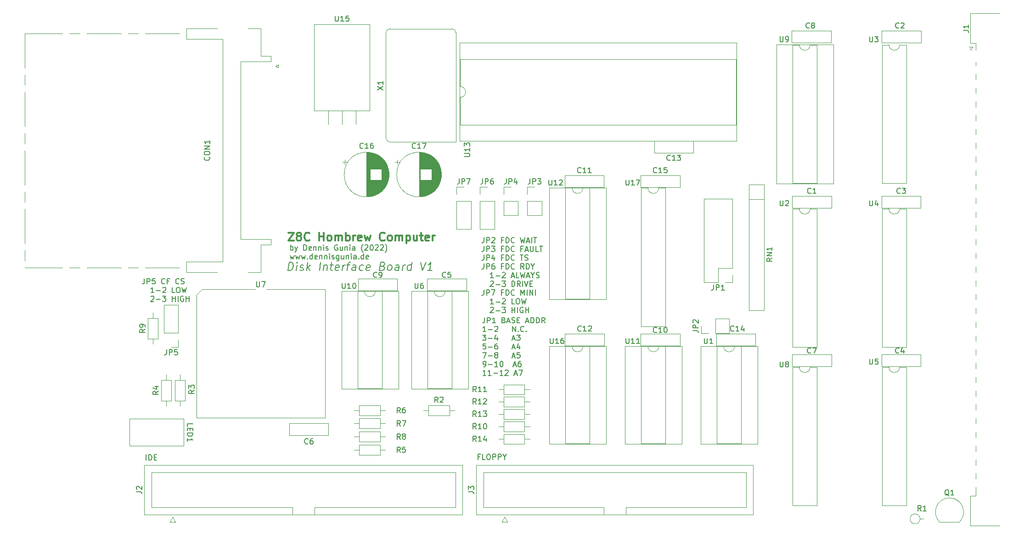
<source format=gbr>
%TF.GenerationSoftware,KiCad,Pcbnew,(6.0.4)*%
%TF.CreationDate,2022-10-24T21:41:38+02:00*%
%TF.ProjectId,Z80-IDE,5a38302d-4944-4452-9e6b-696361645f70,rev?*%
%TF.SameCoordinates,Original*%
%TF.FileFunction,Legend,Top*%
%TF.FilePolarity,Positive*%
%FSLAX46Y46*%
G04 Gerber Fmt 4.6, Leading zero omitted, Abs format (unit mm)*
G04 Created by KiCad (PCBNEW (6.0.4)) date 2022-10-24 21:41:38*
%MOMM*%
%LPD*%
G01*
G04 APERTURE LIST*
%ADD10C,0.200000*%
%ADD11C,0.300000*%
%ADD12C,0.150000*%
%ADD13C,0.120000*%
G04 APERTURE END LIST*
D10*
X72535809Y-90298380D02*
X72535809Y-91012666D01*
X72488190Y-91155523D01*
X72392952Y-91250761D01*
X72250095Y-91298380D01*
X72154857Y-91298380D01*
X73012000Y-91298380D02*
X73012000Y-90298380D01*
X73392952Y-90298380D01*
X73488190Y-90346000D01*
X73535809Y-90393619D01*
X73583428Y-90488857D01*
X73583428Y-90631714D01*
X73535809Y-90726952D01*
X73488190Y-90774571D01*
X73392952Y-90822190D01*
X73012000Y-90822190D01*
X74488190Y-90298380D02*
X74012000Y-90298380D01*
X73964380Y-90774571D01*
X74012000Y-90726952D01*
X74107238Y-90679333D01*
X74345333Y-90679333D01*
X74440571Y-90726952D01*
X74488190Y-90774571D01*
X74535809Y-90869809D01*
X74535809Y-91107904D01*
X74488190Y-91203142D01*
X74440571Y-91250761D01*
X74345333Y-91298380D01*
X74107238Y-91298380D01*
X74012000Y-91250761D01*
X73964380Y-91203142D01*
X76297714Y-91203142D02*
X76250095Y-91250761D01*
X76107238Y-91298380D01*
X76012000Y-91298380D01*
X75869142Y-91250761D01*
X75773904Y-91155523D01*
X75726285Y-91060285D01*
X75678666Y-90869809D01*
X75678666Y-90726952D01*
X75726285Y-90536476D01*
X75773904Y-90441238D01*
X75869142Y-90346000D01*
X76012000Y-90298380D01*
X76107238Y-90298380D01*
X76250095Y-90346000D01*
X76297714Y-90393619D01*
X77059619Y-90774571D02*
X76726285Y-90774571D01*
X76726285Y-91298380D02*
X76726285Y-90298380D01*
X77202476Y-90298380D01*
X78916761Y-91203142D02*
X78869142Y-91250761D01*
X78726285Y-91298380D01*
X78631047Y-91298380D01*
X78488190Y-91250761D01*
X78392952Y-91155523D01*
X78345333Y-91060285D01*
X78297714Y-90869809D01*
X78297714Y-90726952D01*
X78345333Y-90536476D01*
X78392952Y-90441238D01*
X78488190Y-90346000D01*
X78631047Y-90298380D01*
X78726285Y-90298380D01*
X78869142Y-90346000D01*
X78916761Y-90393619D01*
X79297714Y-91250761D02*
X79440571Y-91298380D01*
X79678666Y-91298380D01*
X79773904Y-91250761D01*
X79821523Y-91203142D01*
X79869142Y-91107904D01*
X79869142Y-91012666D01*
X79821523Y-90917428D01*
X79773904Y-90869809D01*
X79678666Y-90822190D01*
X79488190Y-90774571D01*
X79392952Y-90726952D01*
X79345333Y-90679333D01*
X79297714Y-90584095D01*
X79297714Y-90488857D01*
X79345333Y-90393619D01*
X79392952Y-90346000D01*
X79488190Y-90298380D01*
X79726285Y-90298380D01*
X79869142Y-90346000D01*
X74297714Y-92908380D02*
X73726285Y-92908380D01*
X74012000Y-92908380D02*
X74012000Y-91908380D01*
X73916761Y-92051238D01*
X73821523Y-92146476D01*
X73726285Y-92194095D01*
X74726285Y-92527428D02*
X75488190Y-92527428D01*
X75916761Y-92003619D02*
X75964380Y-91956000D01*
X76059619Y-91908380D01*
X76297714Y-91908380D01*
X76392952Y-91956000D01*
X76440571Y-92003619D01*
X76488190Y-92098857D01*
X76488190Y-92194095D01*
X76440571Y-92336952D01*
X75869142Y-92908380D01*
X76488190Y-92908380D01*
X78154857Y-92908380D02*
X77678666Y-92908380D01*
X77678666Y-91908380D01*
X78678666Y-91908380D02*
X78869142Y-91908380D01*
X78964380Y-91956000D01*
X79059619Y-92051238D01*
X79107238Y-92241714D01*
X79107238Y-92575047D01*
X79059619Y-92765523D01*
X78964380Y-92860761D01*
X78869142Y-92908380D01*
X78678666Y-92908380D01*
X78583428Y-92860761D01*
X78488190Y-92765523D01*
X78440571Y-92575047D01*
X78440571Y-92241714D01*
X78488190Y-92051238D01*
X78583428Y-91956000D01*
X78678666Y-91908380D01*
X79440571Y-91908380D02*
X79678666Y-92908380D01*
X79869142Y-92194095D01*
X80059619Y-92908380D01*
X80297714Y-91908380D01*
X73726285Y-93613619D02*
X73773904Y-93566000D01*
X73869142Y-93518380D01*
X74107238Y-93518380D01*
X74202476Y-93566000D01*
X74250095Y-93613619D01*
X74297714Y-93708857D01*
X74297714Y-93804095D01*
X74250095Y-93946952D01*
X73678666Y-94518380D01*
X74297714Y-94518380D01*
X74726285Y-94137428D02*
X75488190Y-94137428D01*
X75869142Y-93518380D02*
X76488190Y-93518380D01*
X76154857Y-93899333D01*
X76297714Y-93899333D01*
X76392952Y-93946952D01*
X76440571Y-93994571D01*
X76488190Y-94089809D01*
X76488190Y-94327904D01*
X76440571Y-94423142D01*
X76392952Y-94470761D01*
X76297714Y-94518380D01*
X76012000Y-94518380D01*
X75916761Y-94470761D01*
X75869142Y-94423142D01*
X77678666Y-94518380D02*
X77678666Y-93518380D01*
X77678666Y-93994571D02*
X78250095Y-93994571D01*
X78250095Y-94518380D02*
X78250095Y-93518380D01*
X78726285Y-94518380D02*
X78726285Y-93518380D01*
X79726285Y-93566000D02*
X79631047Y-93518380D01*
X79488190Y-93518380D01*
X79345333Y-93566000D01*
X79250095Y-93661238D01*
X79202476Y-93756476D01*
X79154857Y-93946952D01*
X79154857Y-94089809D01*
X79202476Y-94280285D01*
X79250095Y-94375523D01*
X79345333Y-94470761D01*
X79488190Y-94518380D01*
X79583428Y-94518380D01*
X79726285Y-94470761D01*
X79773904Y-94423142D01*
X79773904Y-94089809D01*
X79583428Y-94089809D01*
X80202476Y-94518380D02*
X80202476Y-93518380D01*
X80202476Y-93994571D02*
X80773904Y-93994571D01*
X80773904Y-94518380D02*
X80773904Y-93518380D01*
X135273809Y-97492380D02*
X135273809Y-98206666D01*
X135226190Y-98349523D01*
X135130952Y-98444761D01*
X134988095Y-98492380D01*
X134892857Y-98492380D01*
X135750000Y-98492380D02*
X135750000Y-97492380D01*
X136130952Y-97492380D01*
X136226190Y-97540000D01*
X136273809Y-97587619D01*
X136321428Y-97682857D01*
X136321428Y-97825714D01*
X136273809Y-97920952D01*
X136226190Y-97968571D01*
X136130952Y-98016190D01*
X135750000Y-98016190D01*
X137273809Y-98492380D02*
X136702380Y-98492380D01*
X136988095Y-98492380D02*
X136988095Y-97492380D01*
X136892857Y-97635238D01*
X136797619Y-97730476D01*
X136702380Y-97778095D01*
X138797619Y-97968571D02*
X138940476Y-98016190D01*
X138988095Y-98063809D01*
X139035714Y-98159047D01*
X139035714Y-98301904D01*
X138988095Y-98397142D01*
X138940476Y-98444761D01*
X138845238Y-98492380D01*
X138464285Y-98492380D01*
X138464285Y-97492380D01*
X138797619Y-97492380D01*
X138892857Y-97540000D01*
X138940476Y-97587619D01*
X138988095Y-97682857D01*
X138988095Y-97778095D01*
X138940476Y-97873333D01*
X138892857Y-97920952D01*
X138797619Y-97968571D01*
X138464285Y-97968571D01*
X139416666Y-98206666D02*
X139892857Y-98206666D01*
X139321428Y-98492380D02*
X139654761Y-97492380D01*
X139988095Y-98492380D01*
X140273809Y-98444761D02*
X140416666Y-98492380D01*
X140654761Y-98492380D01*
X140750000Y-98444761D01*
X140797619Y-98397142D01*
X140845238Y-98301904D01*
X140845238Y-98206666D01*
X140797619Y-98111428D01*
X140750000Y-98063809D01*
X140654761Y-98016190D01*
X140464285Y-97968571D01*
X140369047Y-97920952D01*
X140321428Y-97873333D01*
X140273809Y-97778095D01*
X140273809Y-97682857D01*
X140321428Y-97587619D01*
X140369047Y-97540000D01*
X140464285Y-97492380D01*
X140702380Y-97492380D01*
X140845238Y-97540000D01*
X141273809Y-97968571D02*
X141607142Y-97968571D01*
X141750000Y-98492380D02*
X141273809Y-98492380D01*
X141273809Y-97492380D01*
X141750000Y-97492380D01*
X142892857Y-98206666D02*
X143369047Y-98206666D01*
X142797619Y-98492380D02*
X143130952Y-97492380D01*
X143464285Y-98492380D01*
X143797619Y-98492380D02*
X143797619Y-97492380D01*
X144035714Y-97492380D01*
X144178571Y-97540000D01*
X144273809Y-97635238D01*
X144321428Y-97730476D01*
X144369047Y-97920952D01*
X144369047Y-98063809D01*
X144321428Y-98254285D01*
X144273809Y-98349523D01*
X144178571Y-98444761D01*
X144035714Y-98492380D01*
X143797619Y-98492380D01*
X144797619Y-98492380D02*
X144797619Y-97492380D01*
X145035714Y-97492380D01*
X145178571Y-97540000D01*
X145273809Y-97635238D01*
X145321428Y-97730476D01*
X145369047Y-97920952D01*
X145369047Y-98063809D01*
X145321428Y-98254285D01*
X145273809Y-98349523D01*
X145178571Y-98444761D01*
X145035714Y-98492380D01*
X144797619Y-98492380D01*
X146369047Y-98492380D02*
X146035714Y-98016190D01*
X145797619Y-98492380D02*
X145797619Y-97492380D01*
X146178571Y-97492380D01*
X146273809Y-97540000D01*
X146321428Y-97587619D01*
X146369047Y-97682857D01*
X146369047Y-97825714D01*
X146321428Y-97920952D01*
X146273809Y-97968571D01*
X146178571Y-98016190D01*
X145797619Y-98016190D01*
X135511904Y-100102380D02*
X134940476Y-100102380D01*
X135226190Y-100102380D02*
X135226190Y-99102380D01*
X135130952Y-99245238D01*
X135035714Y-99340476D01*
X134940476Y-99388095D01*
X135940476Y-99721428D02*
X136702380Y-99721428D01*
X137130952Y-99197619D02*
X137178571Y-99150000D01*
X137273809Y-99102380D01*
X137511904Y-99102380D01*
X137607142Y-99150000D01*
X137654761Y-99197619D01*
X137702380Y-99292857D01*
X137702380Y-99388095D01*
X137654761Y-99530952D01*
X137083333Y-100102380D01*
X137702380Y-100102380D01*
X140416666Y-100102380D02*
X140416666Y-99102380D01*
X140988095Y-100102380D01*
X140988095Y-99102380D01*
X141464285Y-100007142D02*
X141511904Y-100054761D01*
X141464285Y-100102380D01*
X141416666Y-100054761D01*
X141464285Y-100007142D01*
X141464285Y-100102380D01*
X142511904Y-100007142D02*
X142464285Y-100054761D01*
X142321428Y-100102380D01*
X142226190Y-100102380D01*
X142083333Y-100054761D01*
X141988095Y-99959523D01*
X141940476Y-99864285D01*
X141892857Y-99673809D01*
X141892857Y-99530952D01*
X141940476Y-99340476D01*
X141988095Y-99245238D01*
X142083333Y-99150000D01*
X142226190Y-99102380D01*
X142321428Y-99102380D01*
X142464285Y-99150000D01*
X142511904Y-99197619D01*
X142940476Y-100007142D02*
X142988095Y-100054761D01*
X142940476Y-100102380D01*
X142892857Y-100054761D01*
X142940476Y-100007142D01*
X142940476Y-100102380D01*
X134892857Y-100712380D02*
X135511904Y-100712380D01*
X135178571Y-101093333D01*
X135321428Y-101093333D01*
X135416666Y-101140952D01*
X135464285Y-101188571D01*
X135511904Y-101283809D01*
X135511904Y-101521904D01*
X135464285Y-101617142D01*
X135416666Y-101664761D01*
X135321428Y-101712380D01*
X135035714Y-101712380D01*
X134940476Y-101664761D01*
X134892857Y-101617142D01*
X135940476Y-101331428D02*
X136702380Y-101331428D01*
X137607142Y-101045714D02*
X137607142Y-101712380D01*
X137369047Y-100664761D02*
X137130952Y-101379047D01*
X137750000Y-101379047D01*
X140369047Y-101426666D02*
X140845238Y-101426666D01*
X140273809Y-101712380D02*
X140607142Y-100712380D01*
X140940476Y-101712380D01*
X141178571Y-100712380D02*
X141797619Y-100712380D01*
X141464285Y-101093333D01*
X141607142Y-101093333D01*
X141702380Y-101140952D01*
X141750000Y-101188571D01*
X141797619Y-101283809D01*
X141797619Y-101521904D01*
X141750000Y-101617142D01*
X141702380Y-101664761D01*
X141607142Y-101712380D01*
X141321428Y-101712380D01*
X141226190Y-101664761D01*
X141178571Y-101617142D01*
X135464285Y-102322380D02*
X134988095Y-102322380D01*
X134940476Y-102798571D01*
X134988095Y-102750952D01*
X135083333Y-102703333D01*
X135321428Y-102703333D01*
X135416666Y-102750952D01*
X135464285Y-102798571D01*
X135511904Y-102893809D01*
X135511904Y-103131904D01*
X135464285Y-103227142D01*
X135416666Y-103274761D01*
X135321428Y-103322380D01*
X135083333Y-103322380D01*
X134988095Y-103274761D01*
X134940476Y-103227142D01*
X135940476Y-102941428D02*
X136702380Y-102941428D01*
X137607142Y-102322380D02*
X137416666Y-102322380D01*
X137321428Y-102370000D01*
X137273809Y-102417619D01*
X137178571Y-102560476D01*
X137130952Y-102750952D01*
X137130952Y-103131904D01*
X137178571Y-103227142D01*
X137226190Y-103274761D01*
X137321428Y-103322380D01*
X137511904Y-103322380D01*
X137607142Y-103274761D01*
X137654761Y-103227142D01*
X137702380Y-103131904D01*
X137702380Y-102893809D01*
X137654761Y-102798571D01*
X137607142Y-102750952D01*
X137511904Y-102703333D01*
X137321428Y-102703333D01*
X137226190Y-102750952D01*
X137178571Y-102798571D01*
X137130952Y-102893809D01*
X140369047Y-103036666D02*
X140845238Y-103036666D01*
X140273809Y-103322380D02*
X140607142Y-102322380D01*
X140940476Y-103322380D01*
X141702380Y-102655714D02*
X141702380Y-103322380D01*
X141464285Y-102274761D02*
X141226190Y-102989047D01*
X141845238Y-102989047D01*
X134892857Y-103932380D02*
X135559523Y-103932380D01*
X135130952Y-104932380D01*
X135940476Y-104551428D02*
X136702380Y-104551428D01*
X137321428Y-104360952D02*
X137226190Y-104313333D01*
X137178571Y-104265714D01*
X137130952Y-104170476D01*
X137130952Y-104122857D01*
X137178571Y-104027619D01*
X137226190Y-103980000D01*
X137321428Y-103932380D01*
X137511904Y-103932380D01*
X137607142Y-103980000D01*
X137654761Y-104027619D01*
X137702380Y-104122857D01*
X137702380Y-104170476D01*
X137654761Y-104265714D01*
X137607142Y-104313333D01*
X137511904Y-104360952D01*
X137321428Y-104360952D01*
X137226190Y-104408571D01*
X137178571Y-104456190D01*
X137130952Y-104551428D01*
X137130952Y-104741904D01*
X137178571Y-104837142D01*
X137226190Y-104884761D01*
X137321428Y-104932380D01*
X137511904Y-104932380D01*
X137607142Y-104884761D01*
X137654761Y-104837142D01*
X137702380Y-104741904D01*
X137702380Y-104551428D01*
X137654761Y-104456190D01*
X137607142Y-104408571D01*
X137511904Y-104360952D01*
X140369047Y-104646666D02*
X140845238Y-104646666D01*
X140273809Y-104932380D02*
X140607142Y-103932380D01*
X140940476Y-104932380D01*
X141750000Y-103932380D02*
X141273809Y-103932380D01*
X141226190Y-104408571D01*
X141273809Y-104360952D01*
X141369047Y-104313333D01*
X141607142Y-104313333D01*
X141702380Y-104360952D01*
X141750000Y-104408571D01*
X141797619Y-104503809D01*
X141797619Y-104741904D01*
X141750000Y-104837142D01*
X141702380Y-104884761D01*
X141607142Y-104932380D01*
X141369047Y-104932380D01*
X141273809Y-104884761D01*
X141226190Y-104837142D01*
X135035714Y-106542380D02*
X135226190Y-106542380D01*
X135321428Y-106494761D01*
X135369047Y-106447142D01*
X135464285Y-106304285D01*
X135511904Y-106113809D01*
X135511904Y-105732857D01*
X135464285Y-105637619D01*
X135416666Y-105590000D01*
X135321428Y-105542380D01*
X135130952Y-105542380D01*
X135035714Y-105590000D01*
X134988095Y-105637619D01*
X134940476Y-105732857D01*
X134940476Y-105970952D01*
X134988095Y-106066190D01*
X135035714Y-106113809D01*
X135130952Y-106161428D01*
X135321428Y-106161428D01*
X135416666Y-106113809D01*
X135464285Y-106066190D01*
X135511904Y-105970952D01*
X135940476Y-106161428D02*
X136702380Y-106161428D01*
X137702380Y-106542380D02*
X137130952Y-106542380D01*
X137416666Y-106542380D02*
X137416666Y-105542380D01*
X137321428Y-105685238D01*
X137226190Y-105780476D01*
X137130952Y-105828095D01*
X138321428Y-105542380D02*
X138416666Y-105542380D01*
X138511904Y-105590000D01*
X138559523Y-105637619D01*
X138607142Y-105732857D01*
X138654761Y-105923333D01*
X138654761Y-106161428D01*
X138607142Y-106351904D01*
X138559523Y-106447142D01*
X138511904Y-106494761D01*
X138416666Y-106542380D01*
X138321428Y-106542380D01*
X138226190Y-106494761D01*
X138178571Y-106447142D01*
X138130952Y-106351904D01*
X138083333Y-106161428D01*
X138083333Y-105923333D01*
X138130952Y-105732857D01*
X138178571Y-105637619D01*
X138226190Y-105590000D01*
X138321428Y-105542380D01*
X140559523Y-106256666D02*
X141035714Y-106256666D01*
X140464285Y-106542380D02*
X140797619Y-105542380D01*
X141130952Y-106542380D01*
X141892857Y-105542380D02*
X141702380Y-105542380D01*
X141607142Y-105590000D01*
X141559523Y-105637619D01*
X141464285Y-105780476D01*
X141416666Y-105970952D01*
X141416666Y-106351904D01*
X141464285Y-106447142D01*
X141511904Y-106494761D01*
X141607142Y-106542380D01*
X141797619Y-106542380D01*
X141892857Y-106494761D01*
X141940476Y-106447142D01*
X141988095Y-106351904D01*
X141988095Y-106113809D01*
X141940476Y-106018571D01*
X141892857Y-105970952D01*
X141797619Y-105923333D01*
X141607142Y-105923333D01*
X141511904Y-105970952D01*
X141464285Y-106018571D01*
X141416666Y-106113809D01*
X135511904Y-108152380D02*
X134940476Y-108152380D01*
X135226190Y-108152380D02*
X135226190Y-107152380D01*
X135130952Y-107295238D01*
X135035714Y-107390476D01*
X134940476Y-107438095D01*
X136464285Y-108152380D02*
X135892857Y-108152380D01*
X136178571Y-108152380D02*
X136178571Y-107152380D01*
X136083333Y-107295238D01*
X135988095Y-107390476D01*
X135892857Y-107438095D01*
X136892857Y-107771428D02*
X137654761Y-107771428D01*
X138654761Y-108152380D02*
X138083333Y-108152380D01*
X138369047Y-108152380D02*
X138369047Y-107152380D01*
X138273809Y-107295238D01*
X138178571Y-107390476D01*
X138083333Y-107438095D01*
X139035714Y-107247619D02*
X139083333Y-107200000D01*
X139178571Y-107152380D01*
X139416666Y-107152380D01*
X139511904Y-107200000D01*
X139559523Y-107247619D01*
X139607142Y-107342857D01*
X139607142Y-107438095D01*
X139559523Y-107580952D01*
X138988095Y-108152380D01*
X139607142Y-108152380D01*
X140750000Y-107866666D02*
X141226190Y-107866666D01*
X140654761Y-108152380D02*
X140988095Y-107152380D01*
X141321428Y-108152380D01*
X141559523Y-107152380D02*
X142226190Y-107152380D01*
X141797619Y-108152380D01*
D11*
X99108514Y-81830171D02*
X100108514Y-81830171D01*
X99108514Y-83330171D01*
X100108514Y-83330171D01*
X100894228Y-82473028D02*
X100751371Y-82401600D01*
X100679942Y-82330171D01*
X100608514Y-82187314D01*
X100608514Y-82115885D01*
X100679942Y-81973028D01*
X100751371Y-81901600D01*
X100894228Y-81830171D01*
X101179942Y-81830171D01*
X101322800Y-81901600D01*
X101394228Y-81973028D01*
X101465657Y-82115885D01*
X101465657Y-82187314D01*
X101394228Y-82330171D01*
X101322800Y-82401600D01*
X101179942Y-82473028D01*
X100894228Y-82473028D01*
X100751371Y-82544457D01*
X100679942Y-82615885D01*
X100608514Y-82758742D01*
X100608514Y-83044457D01*
X100679942Y-83187314D01*
X100751371Y-83258742D01*
X100894228Y-83330171D01*
X101179942Y-83330171D01*
X101322800Y-83258742D01*
X101394228Y-83187314D01*
X101465657Y-83044457D01*
X101465657Y-82758742D01*
X101394228Y-82615885D01*
X101322800Y-82544457D01*
X101179942Y-82473028D01*
X102965657Y-83187314D02*
X102894228Y-83258742D01*
X102679942Y-83330171D01*
X102537085Y-83330171D01*
X102322800Y-83258742D01*
X102179942Y-83115885D01*
X102108514Y-82973028D01*
X102037085Y-82687314D01*
X102037085Y-82473028D01*
X102108514Y-82187314D01*
X102179942Y-82044457D01*
X102322800Y-81901600D01*
X102537085Y-81830171D01*
X102679942Y-81830171D01*
X102894228Y-81901600D01*
X102965657Y-81973028D01*
X104751371Y-83330171D02*
X104751371Y-81830171D01*
X104751371Y-82544457D02*
X105608514Y-82544457D01*
X105608514Y-83330171D02*
X105608514Y-81830171D01*
X106537085Y-83330171D02*
X106394228Y-83258742D01*
X106322800Y-83187314D01*
X106251371Y-83044457D01*
X106251371Y-82615885D01*
X106322800Y-82473028D01*
X106394228Y-82401600D01*
X106537085Y-82330171D01*
X106751371Y-82330171D01*
X106894228Y-82401600D01*
X106965657Y-82473028D01*
X107037085Y-82615885D01*
X107037085Y-83044457D01*
X106965657Y-83187314D01*
X106894228Y-83258742D01*
X106751371Y-83330171D01*
X106537085Y-83330171D01*
X107679942Y-83330171D02*
X107679942Y-82330171D01*
X107679942Y-82473028D02*
X107751371Y-82401600D01*
X107894228Y-82330171D01*
X108108514Y-82330171D01*
X108251371Y-82401600D01*
X108322800Y-82544457D01*
X108322800Y-83330171D01*
X108322800Y-82544457D02*
X108394228Y-82401600D01*
X108537085Y-82330171D01*
X108751371Y-82330171D01*
X108894228Y-82401600D01*
X108965657Y-82544457D01*
X108965657Y-83330171D01*
X109679942Y-83330171D02*
X109679942Y-81830171D01*
X109679942Y-82401600D02*
X109822800Y-82330171D01*
X110108514Y-82330171D01*
X110251371Y-82401600D01*
X110322800Y-82473028D01*
X110394228Y-82615885D01*
X110394228Y-83044457D01*
X110322800Y-83187314D01*
X110251371Y-83258742D01*
X110108514Y-83330171D01*
X109822800Y-83330171D01*
X109679942Y-83258742D01*
X111037085Y-83330171D02*
X111037085Y-82330171D01*
X111037085Y-82615885D02*
X111108514Y-82473028D01*
X111179942Y-82401600D01*
X111322800Y-82330171D01*
X111465657Y-82330171D01*
X112537085Y-83258742D02*
X112394228Y-83330171D01*
X112108514Y-83330171D01*
X111965657Y-83258742D01*
X111894228Y-83115885D01*
X111894228Y-82544457D01*
X111965657Y-82401600D01*
X112108514Y-82330171D01*
X112394228Y-82330171D01*
X112537085Y-82401600D01*
X112608514Y-82544457D01*
X112608514Y-82687314D01*
X111894228Y-82830171D01*
X113108514Y-82330171D02*
X113394228Y-83330171D01*
X113679942Y-82615885D01*
X113965657Y-83330171D01*
X114251371Y-82330171D01*
X116822800Y-83187314D02*
X116751371Y-83258742D01*
X116537085Y-83330171D01*
X116394228Y-83330171D01*
X116179942Y-83258742D01*
X116037085Y-83115885D01*
X115965657Y-82973028D01*
X115894228Y-82687314D01*
X115894228Y-82473028D01*
X115965657Y-82187314D01*
X116037085Y-82044457D01*
X116179942Y-81901600D01*
X116394228Y-81830171D01*
X116537085Y-81830171D01*
X116751371Y-81901600D01*
X116822800Y-81973028D01*
X117679942Y-83330171D02*
X117537085Y-83258742D01*
X117465657Y-83187314D01*
X117394228Y-83044457D01*
X117394228Y-82615885D01*
X117465657Y-82473028D01*
X117537085Y-82401600D01*
X117679942Y-82330171D01*
X117894228Y-82330171D01*
X118037085Y-82401600D01*
X118108514Y-82473028D01*
X118179942Y-82615885D01*
X118179942Y-83044457D01*
X118108514Y-83187314D01*
X118037085Y-83258742D01*
X117894228Y-83330171D01*
X117679942Y-83330171D01*
X118822800Y-83330171D02*
X118822800Y-82330171D01*
X118822800Y-82473028D02*
X118894228Y-82401600D01*
X119037085Y-82330171D01*
X119251371Y-82330171D01*
X119394228Y-82401600D01*
X119465657Y-82544457D01*
X119465657Y-83330171D01*
X119465657Y-82544457D02*
X119537085Y-82401600D01*
X119679942Y-82330171D01*
X119894228Y-82330171D01*
X120037085Y-82401600D01*
X120108514Y-82544457D01*
X120108514Y-83330171D01*
X120822800Y-82330171D02*
X120822800Y-83830171D01*
X120822800Y-82401600D02*
X120965657Y-82330171D01*
X121251371Y-82330171D01*
X121394228Y-82401600D01*
X121465657Y-82473028D01*
X121537085Y-82615885D01*
X121537085Y-83044457D01*
X121465657Y-83187314D01*
X121394228Y-83258742D01*
X121251371Y-83330171D01*
X120965657Y-83330171D01*
X120822800Y-83258742D01*
X122822800Y-82330171D02*
X122822800Y-83330171D01*
X122179942Y-82330171D02*
X122179942Y-83115885D01*
X122251371Y-83258742D01*
X122394228Y-83330171D01*
X122608514Y-83330171D01*
X122751371Y-83258742D01*
X122822800Y-83187314D01*
X123322800Y-82330171D02*
X123894228Y-82330171D01*
X123537085Y-81830171D02*
X123537085Y-83115885D01*
X123608514Y-83258742D01*
X123751371Y-83330171D01*
X123894228Y-83330171D01*
X124965657Y-83258742D02*
X124822800Y-83330171D01*
X124537085Y-83330171D01*
X124394228Y-83258742D01*
X124322800Y-83115885D01*
X124322800Y-82544457D01*
X124394228Y-82401600D01*
X124537085Y-82330171D01*
X124822800Y-82330171D01*
X124965657Y-82401600D01*
X125037085Y-82544457D01*
X125037085Y-82687314D01*
X124322800Y-82830171D01*
X125679942Y-83330171D02*
X125679942Y-82330171D01*
X125679942Y-82615885D02*
X125751371Y-82473028D01*
X125822800Y-82401600D01*
X125965657Y-82330171D01*
X126108514Y-82330171D01*
D10*
X135146809Y-82725180D02*
X135146809Y-83439466D01*
X135099190Y-83582323D01*
X135003952Y-83677561D01*
X134861095Y-83725180D01*
X134765857Y-83725180D01*
X135623000Y-83725180D02*
X135623000Y-82725180D01*
X136003952Y-82725180D01*
X136099190Y-82772800D01*
X136146809Y-82820419D01*
X136194428Y-82915657D01*
X136194428Y-83058514D01*
X136146809Y-83153752D01*
X136099190Y-83201371D01*
X136003952Y-83248990D01*
X135623000Y-83248990D01*
X136575380Y-82820419D02*
X136623000Y-82772800D01*
X136718238Y-82725180D01*
X136956333Y-82725180D01*
X137051571Y-82772800D01*
X137099190Y-82820419D01*
X137146809Y-82915657D01*
X137146809Y-83010895D01*
X137099190Y-83153752D01*
X136527761Y-83725180D01*
X137146809Y-83725180D01*
X138670619Y-83201371D02*
X138337285Y-83201371D01*
X138337285Y-83725180D02*
X138337285Y-82725180D01*
X138813476Y-82725180D01*
X139194428Y-83725180D02*
X139194428Y-82725180D01*
X139432523Y-82725180D01*
X139575380Y-82772800D01*
X139670619Y-82868038D01*
X139718238Y-82963276D01*
X139765857Y-83153752D01*
X139765857Y-83296609D01*
X139718238Y-83487085D01*
X139670619Y-83582323D01*
X139575380Y-83677561D01*
X139432523Y-83725180D01*
X139194428Y-83725180D01*
X140765857Y-83629942D02*
X140718238Y-83677561D01*
X140575380Y-83725180D01*
X140480142Y-83725180D01*
X140337285Y-83677561D01*
X140242047Y-83582323D01*
X140194428Y-83487085D01*
X140146809Y-83296609D01*
X140146809Y-83153752D01*
X140194428Y-82963276D01*
X140242047Y-82868038D01*
X140337285Y-82772800D01*
X140480142Y-82725180D01*
X140575380Y-82725180D01*
X140718238Y-82772800D01*
X140765857Y-82820419D01*
X141861095Y-82725180D02*
X142099190Y-83725180D01*
X142289666Y-83010895D01*
X142480142Y-83725180D01*
X142718238Y-82725180D01*
X143051571Y-83439466D02*
X143527761Y-83439466D01*
X142956333Y-83725180D02*
X143289666Y-82725180D01*
X143623000Y-83725180D01*
X143956333Y-83725180D02*
X143956333Y-82725180D01*
X144289666Y-82725180D02*
X144861095Y-82725180D01*
X144575380Y-83725180D02*
X144575380Y-82725180D01*
X135146809Y-84335180D02*
X135146809Y-85049466D01*
X135099190Y-85192323D01*
X135003952Y-85287561D01*
X134861095Y-85335180D01*
X134765857Y-85335180D01*
X135623000Y-85335180D02*
X135623000Y-84335180D01*
X136003952Y-84335180D01*
X136099190Y-84382800D01*
X136146809Y-84430419D01*
X136194428Y-84525657D01*
X136194428Y-84668514D01*
X136146809Y-84763752D01*
X136099190Y-84811371D01*
X136003952Y-84858990D01*
X135623000Y-84858990D01*
X136527761Y-84335180D02*
X137146809Y-84335180D01*
X136813476Y-84716133D01*
X136956333Y-84716133D01*
X137051571Y-84763752D01*
X137099190Y-84811371D01*
X137146809Y-84906609D01*
X137146809Y-85144704D01*
X137099190Y-85239942D01*
X137051571Y-85287561D01*
X136956333Y-85335180D01*
X136670619Y-85335180D01*
X136575380Y-85287561D01*
X136527761Y-85239942D01*
X138670619Y-84811371D02*
X138337285Y-84811371D01*
X138337285Y-85335180D02*
X138337285Y-84335180D01*
X138813476Y-84335180D01*
X139194428Y-85335180D02*
X139194428Y-84335180D01*
X139432523Y-84335180D01*
X139575380Y-84382800D01*
X139670619Y-84478038D01*
X139718238Y-84573276D01*
X139765857Y-84763752D01*
X139765857Y-84906609D01*
X139718238Y-85097085D01*
X139670619Y-85192323D01*
X139575380Y-85287561D01*
X139432523Y-85335180D01*
X139194428Y-85335180D01*
X140765857Y-85239942D02*
X140718238Y-85287561D01*
X140575380Y-85335180D01*
X140480142Y-85335180D01*
X140337285Y-85287561D01*
X140242047Y-85192323D01*
X140194428Y-85097085D01*
X140146809Y-84906609D01*
X140146809Y-84763752D01*
X140194428Y-84573276D01*
X140242047Y-84478038D01*
X140337285Y-84382800D01*
X140480142Y-84335180D01*
X140575380Y-84335180D01*
X140718238Y-84382800D01*
X140765857Y-84430419D01*
X142289666Y-84811371D02*
X141956333Y-84811371D01*
X141956333Y-85335180D02*
X141956333Y-84335180D01*
X142432523Y-84335180D01*
X142765857Y-85049466D02*
X143242047Y-85049466D01*
X142670619Y-85335180D02*
X143003952Y-84335180D01*
X143337285Y-85335180D01*
X143670619Y-84335180D02*
X143670619Y-85144704D01*
X143718238Y-85239942D01*
X143765857Y-85287561D01*
X143861095Y-85335180D01*
X144051571Y-85335180D01*
X144146809Y-85287561D01*
X144194428Y-85239942D01*
X144242047Y-85144704D01*
X144242047Y-84335180D01*
X145194428Y-85335180D02*
X144718238Y-85335180D01*
X144718238Y-84335180D01*
X145384904Y-84335180D02*
X145956333Y-84335180D01*
X145670619Y-85335180D02*
X145670619Y-84335180D01*
X135146809Y-85945180D02*
X135146809Y-86659466D01*
X135099190Y-86802323D01*
X135003952Y-86897561D01*
X134861095Y-86945180D01*
X134765857Y-86945180D01*
X135623000Y-86945180D02*
X135623000Y-85945180D01*
X136003952Y-85945180D01*
X136099190Y-85992800D01*
X136146809Y-86040419D01*
X136194428Y-86135657D01*
X136194428Y-86278514D01*
X136146809Y-86373752D01*
X136099190Y-86421371D01*
X136003952Y-86468990D01*
X135623000Y-86468990D01*
X137051571Y-86278514D02*
X137051571Y-86945180D01*
X136813476Y-85897561D02*
X136575380Y-86611847D01*
X137194428Y-86611847D01*
X138670619Y-86421371D02*
X138337285Y-86421371D01*
X138337285Y-86945180D02*
X138337285Y-85945180D01*
X138813476Y-85945180D01*
X139194428Y-86945180D02*
X139194428Y-85945180D01*
X139432523Y-85945180D01*
X139575380Y-85992800D01*
X139670619Y-86088038D01*
X139718238Y-86183276D01*
X139765857Y-86373752D01*
X139765857Y-86516609D01*
X139718238Y-86707085D01*
X139670619Y-86802323D01*
X139575380Y-86897561D01*
X139432523Y-86945180D01*
X139194428Y-86945180D01*
X140765857Y-86849942D02*
X140718238Y-86897561D01*
X140575380Y-86945180D01*
X140480142Y-86945180D01*
X140337285Y-86897561D01*
X140242047Y-86802323D01*
X140194428Y-86707085D01*
X140146809Y-86516609D01*
X140146809Y-86373752D01*
X140194428Y-86183276D01*
X140242047Y-86088038D01*
X140337285Y-85992800D01*
X140480142Y-85945180D01*
X140575380Y-85945180D01*
X140718238Y-85992800D01*
X140765857Y-86040419D01*
X141813476Y-85945180D02*
X142384904Y-85945180D01*
X142099190Y-86945180D02*
X142099190Y-85945180D01*
X142670619Y-86897561D02*
X142813476Y-86945180D01*
X143051571Y-86945180D01*
X143146809Y-86897561D01*
X143194428Y-86849942D01*
X143242047Y-86754704D01*
X143242047Y-86659466D01*
X143194428Y-86564228D01*
X143146809Y-86516609D01*
X143051571Y-86468990D01*
X142861095Y-86421371D01*
X142765857Y-86373752D01*
X142718238Y-86326133D01*
X142670619Y-86230895D01*
X142670619Y-86135657D01*
X142718238Y-86040419D01*
X142765857Y-85992800D01*
X142861095Y-85945180D01*
X143099190Y-85945180D01*
X143242047Y-85992800D01*
X135146809Y-87555180D02*
X135146809Y-88269466D01*
X135099190Y-88412323D01*
X135003952Y-88507561D01*
X134861095Y-88555180D01*
X134765857Y-88555180D01*
X135623000Y-88555180D02*
X135623000Y-87555180D01*
X136003952Y-87555180D01*
X136099190Y-87602800D01*
X136146809Y-87650419D01*
X136194428Y-87745657D01*
X136194428Y-87888514D01*
X136146809Y-87983752D01*
X136099190Y-88031371D01*
X136003952Y-88078990D01*
X135623000Y-88078990D01*
X137051571Y-87555180D02*
X136861095Y-87555180D01*
X136765857Y-87602800D01*
X136718238Y-87650419D01*
X136623000Y-87793276D01*
X136575380Y-87983752D01*
X136575380Y-88364704D01*
X136623000Y-88459942D01*
X136670619Y-88507561D01*
X136765857Y-88555180D01*
X136956333Y-88555180D01*
X137051571Y-88507561D01*
X137099190Y-88459942D01*
X137146809Y-88364704D01*
X137146809Y-88126609D01*
X137099190Y-88031371D01*
X137051571Y-87983752D01*
X136956333Y-87936133D01*
X136765857Y-87936133D01*
X136670619Y-87983752D01*
X136623000Y-88031371D01*
X136575380Y-88126609D01*
X138670619Y-88031371D02*
X138337285Y-88031371D01*
X138337285Y-88555180D02*
X138337285Y-87555180D01*
X138813476Y-87555180D01*
X139194428Y-88555180D02*
X139194428Y-87555180D01*
X139432523Y-87555180D01*
X139575380Y-87602800D01*
X139670619Y-87698038D01*
X139718238Y-87793276D01*
X139765857Y-87983752D01*
X139765857Y-88126609D01*
X139718238Y-88317085D01*
X139670619Y-88412323D01*
X139575380Y-88507561D01*
X139432523Y-88555180D01*
X139194428Y-88555180D01*
X140765857Y-88459942D02*
X140718238Y-88507561D01*
X140575380Y-88555180D01*
X140480142Y-88555180D01*
X140337285Y-88507561D01*
X140242047Y-88412323D01*
X140194428Y-88317085D01*
X140146809Y-88126609D01*
X140146809Y-87983752D01*
X140194428Y-87793276D01*
X140242047Y-87698038D01*
X140337285Y-87602800D01*
X140480142Y-87555180D01*
X140575380Y-87555180D01*
X140718238Y-87602800D01*
X140765857Y-87650419D01*
X142527761Y-88555180D02*
X142194428Y-88078990D01*
X141956333Y-88555180D02*
X141956333Y-87555180D01*
X142337285Y-87555180D01*
X142432523Y-87602800D01*
X142480142Y-87650419D01*
X142527761Y-87745657D01*
X142527761Y-87888514D01*
X142480142Y-87983752D01*
X142432523Y-88031371D01*
X142337285Y-88078990D01*
X141956333Y-88078990D01*
X142956333Y-88555180D02*
X142956333Y-87555180D01*
X143194428Y-87555180D01*
X143337285Y-87602800D01*
X143432523Y-87698038D01*
X143480142Y-87793276D01*
X143527761Y-87983752D01*
X143527761Y-88126609D01*
X143480142Y-88317085D01*
X143432523Y-88412323D01*
X143337285Y-88507561D01*
X143194428Y-88555180D01*
X142956333Y-88555180D01*
X144146809Y-88078990D02*
X144146809Y-88555180D01*
X143813476Y-87555180D02*
X144146809Y-88078990D01*
X144480142Y-87555180D01*
X136908714Y-90165180D02*
X136337285Y-90165180D01*
X136623000Y-90165180D02*
X136623000Y-89165180D01*
X136527761Y-89308038D01*
X136432523Y-89403276D01*
X136337285Y-89450895D01*
X137337285Y-89784228D02*
X138099190Y-89784228D01*
X138527761Y-89260419D02*
X138575380Y-89212800D01*
X138670619Y-89165180D01*
X138908714Y-89165180D01*
X139003952Y-89212800D01*
X139051571Y-89260419D01*
X139099190Y-89355657D01*
X139099190Y-89450895D01*
X139051571Y-89593752D01*
X138480142Y-90165180D01*
X139099190Y-90165180D01*
X140242047Y-89879466D02*
X140718238Y-89879466D01*
X140146809Y-90165180D02*
X140480142Y-89165180D01*
X140813476Y-90165180D01*
X141623000Y-90165180D02*
X141146809Y-90165180D01*
X141146809Y-89165180D01*
X141861095Y-89165180D02*
X142099190Y-90165180D01*
X142289666Y-89450895D01*
X142480142Y-90165180D01*
X142718238Y-89165180D01*
X143051571Y-89879466D02*
X143527761Y-89879466D01*
X142956333Y-90165180D02*
X143289666Y-89165180D01*
X143623000Y-90165180D01*
X144146809Y-89688990D02*
X144146809Y-90165180D01*
X143813476Y-89165180D02*
X144146809Y-89688990D01*
X144480142Y-89165180D01*
X144765857Y-90117561D02*
X144908714Y-90165180D01*
X145146809Y-90165180D01*
X145242047Y-90117561D01*
X145289666Y-90069942D01*
X145337285Y-89974704D01*
X145337285Y-89879466D01*
X145289666Y-89784228D01*
X145242047Y-89736609D01*
X145146809Y-89688990D01*
X144956333Y-89641371D01*
X144861095Y-89593752D01*
X144813476Y-89546133D01*
X144765857Y-89450895D01*
X144765857Y-89355657D01*
X144813476Y-89260419D01*
X144861095Y-89212800D01*
X144956333Y-89165180D01*
X145194428Y-89165180D01*
X145337285Y-89212800D01*
X136337285Y-90870419D02*
X136384904Y-90822800D01*
X136480142Y-90775180D01*
X136718238Y-90775180D01*
X136813476Y-90822800D01*
X136861095Y-90870419D01*
X136908714Y-90965657D01*
X136908714Y-91060895D01*
X136861095Y-91203752D01*
X136289666Y-91775180D01*
X136908714Y-91775180D01*
X137337285Y-91394228D02*
X138099190Y-91394228D01*
X138480142Y-90775180D02*
X139099190Y-90775180D01*
X138765857Y-91156133D01*
X138908714Y-91156133D01*
X139003952Y-91203752D01*
X139051571Y-91251371D01*
X139099190Y-91346609D01*
X139099190Y-91584704D01*
X139051571Y-91679942D01*
X139003952Y-91727561D01*
X138908714Y-91775180D01*
X138623000Y-91775180D01*
X138527761Y-91727561D01*
X138480142Y-91679942D01*
X140289666Y-91775180D02*
X140289666Y-90775180D01*
X140527761Y-90775180D01*
X140670619Y-90822800D01*
X140765857Y-90918038D01*
X140813476Y-91013276D01*
X140861095Y-91203752D01*
X140861095Y-91346609D01*
X140813476Y-91537085D01*
X140765857Y-91632323D01*
X140670619Y-91727561D01*
X140527761Y-91775180D01*
X140289666Y-91775180D01*
X141861095Y-91775180D02*
X141527761Y-91298990D01*
X141289666Y-91775180D02*
X141289666Y-90775180D01*
X141670619Y-90775180D01*
X141765857Y-90822800D01*
X141813476Y-90870419D01*
X141861095Y-90965657D01*
X141861095Y-91108514D01*
X141813476Y-91203752D01*
X141765857Y-91251371D01*
X141670619Y-91298990D01*
X141289666Y-91298990D01*
X142289666Y-91775180D02*
X142289666Y-90775180D01*
X142623000Y-90775180D02*
X142956333Y-91775180D01*
X143289666Y-90775180D01*
X143623000Y-91251371D02*
X143956333Y-91251371D01*
X144099190Y-91775180D02*
X143623000Y-91775180D01*
X143623000Y-90775180D01*
X144099190Y-90775180D01*
X135146809Y-92385180D02*
X135146809Y-93099466D01*
X135099190Y-93242323D01*
X135003952Y-93337561D01*
X134861095Y-93385180D01*
X134765857Y-93385180D01*
X135623000Y-93385180D02*
X135623000Y-92385180D01*
X136003952Y-92385180D01*
X136099190Y-92432800D01*
X136146809Y-92480419D01*
X136194428Y-92575657D01*
X136194428Y-92718514D01*
X136146809Y-92813752D01*
X136099190Y-92861371D01*
X136003952Y-92908990D01*
X135623000Y-92908990D01*
X136527761Y-92385180D02*
X137194428Y-92385180D01*
X136765857Y-93385180D01*
X138670619Y-92861371D02*
X138337285Y-92861371D01*
X138337285Y-93385180D02*
X138337285Y-92385180D01*
X138813476Y-92385180D01*
X139194428Y-93385180D02*
X139194428Y-92385180D01*
X139432523Y-92385180D01*
X139575380Y-92432800D01*
X139670619Y-92528038D01*
X139718238Y-92623276D01*
X139765857Y-92813752D01*
X139765857Y-92956609D01*
X139718238Y-93147085D01*
X139670619Y-93242323D01*
X139575380Y-93337561D01*
X139432523Y-93385180D01*
X139194428Y-93385180D01*
X140765857Y-93289942D02*
X140718238Y-93337561D01*
X140575380Y-93385180D01*
X140480142Y-93385180D01*
X140337285Y-93337561D01*
X140242047Y-93242323D01*
X140194428Y-93147085D01*
X140146809Y-92956609D01*
X140146809Y-92813752D01*
X140194428Y-92623276D01*
X140242047Y-92528038D01*
X140337285Y-92432800D01*
X140480142Y-92385180D01*
X140575380Y-92385180D01*
X140718238Y-92432800D01*
X140765857Y-92480419D01*
X141956333Y-93385180D02*
X141956333Y-92385180D01*
X142289666Y-93099466D01*
X142623000Y-92385180D01*
X142623000Y-93385180D01*
X143099190Y-93385180D02*
X143099190Y-92385180D01*
X143575380Y-93385180D02*
X143575380Y-92385180D01*
X144146809Y-93385180D01*
X144146809Y-92385180D01*
X144623000Y-93385180D02*
X144623000Y-92385180D01*
X136908714Y-94995180D02*
X136337285Y-94995180D01*
X136623000Y-94995180D02*
X136623000Y-93995180D01*
X136527761Y-94138038D01*
X136432523Y-94233276D01*
X136337285Y-94280895D01*
X137337285Y-94614228D02*
X138099190Y-94614228D01*
X138527761Y-94090419D02*
X138575380Y-94042800D01*
X138670619Y-93995180D01*
X138908714Y-93995180D01*
X139003952Y-94042800D01*
X139051571Y-94090419D01*
X139099190Y-94185657D01*
X139099190Y-94280895D01*
X139051571Y-94423752D01*
X138480142Y-94995180D01*
X139099190Y-94995180D01*
X140765857Y-94995180D02*
X140289666Y-94995180D01*
X140289666Y-93995180D01*
X141289666Y-93995180D02*
X141480142Y-93995180D01*
X141575380Y-94042800D01*
X141670619Y-94138038D01*
X141718238Y-94328514D01*
X141718238Y-94661847D01*
X141670619Y-94852323D01*
X141575380Y-94947561D01*
X141480142Y-94995180D01*
X141289666Y-94995180D01*
X141194428Y-94947561D01*
X141099190Y-94852323D01*
X141051571Y-94661847D01*
X141051571Y-94328514D01*
X141099190Y-94138038D01*
X141194428Y-94042800D01*
X141289666Y-93995180D01*
X142051571Y-93995180D02*
X142289666Y-94995180D01*
X142480142Y-94280895D01*
X142670619Y-94995180D01*
X142908714Y-93995180D01*
X136337285Y-95700419D02*
X136384904Y-95652800D01*
X136480142Y-95605180D01*
X136718238Y-95605180D01*
X136813476Y-95652800D01*
X136861095Y-95700419D01*
X136908714Y-95795657D01*
X136908714Y-95890895D01*
X136861095Y-96033752D01*
X136289666Y-96605180D01*
X136908714Y-96605180D01*
X137337285Y-96224228D02*
X138099190Y-96224228D01*
X138480142Y-95605180D02*
X139099190Y-95605180D01*
X138765857Y-95986133D01*
X138908714Y-95986133D01*
X139003952Y-96033752D01*
X139051571Y-96081371D01*
X139099190Y-96176609D01*
X139099190Y-96414704D01*
X139051571Y-96509942D01*
X139003952Y-96557561D01*
X138908714Y-96605180D01*
X138623000Y-96605180D01*
X138527761Y-96557561D01*
X138480142Y-96509942D01*
X140289666Y-96605180D02*
X140289666Y-95605180D01*
X140289666Y-96081371D02*
X140861095Y-96081371D01*
X140861095Y-96605180D02*
X140861095Y-95605180D01*
X141337285Y-96605180D02*
X141337285Y-95605180D01*
X142337285Y-95652800D02*
X142242047Y-95605180D01*
X142099190Y-95605180D01*
X141956333Y-95652800D01*
X141861095Y-95748038D01*
X141813476Y-95843276D01*
X141765857Y-96033752D01*
X141765857Y-96176609D01*
X141813476Y-96367085D01*
X141861095Y-96462323D01*
X141956333Y-96557561D01*
X142099190Y-96605180D01*
X142194428Y-96605180D01*
X142337285Y-96557561D01*
X142384904Y-96509942D01*
X142384904Y-96176609D01*
X142194428Y-96176609D01*
X142813476Y-96605180D02*
X142813476Y-95605180D01*
X142813476Y-96081371D02*
X143384904Y-96081371D01*
X143384904Y-96605180D02*
X143384904Y-95605180D01*
X134381628Y-123169371D02*
X134048295Y-123169371D01*
X134048295Y-123693180D02*
X134048295Y-122693180D01*
X134524485Y-122693180D01*
X135381628Y-123693180D02*
X134905438Y-123693180D01*
X134905438Y-122693180D01*
X135905438Y-122693180D02*
X136095914Y-122693180D01*
X136191152Y-122740800D01*
X136286390Y-122836038D01*
X136334009Y-123026514D01*
X136334009Y-123359847D01*
X136286390Y-123550323D01*
X136191152Y-123645561D01*
X136095914Y-123693180D01*
X135905438Y-123693180D01*
X135810200Y-123645561D01*
X135714961Y-123550323D01*
X135667342Y-123359847D01*
X135667342Y-123026514D01*
X135714961Y-122836038D01*
X135810200Y-122740800D01*
X135905438Y-122693180D01*
X136762580Y-123693180D02*
X136762580Y-122693180D01*
X137143533Y-122693180D01*
X137238771Y-122740800D01*
X137286390Y-122788419D01*
X137334009Y-122883657D01*
X137334009Y-123026514D01*
X137286390Y-123121752D01*
X137238771Y-123169371D01*
X137143533Y-123216990D01*
X136762580Y-123216990D01*
X137762580Y-123693180D02*
X137762580Y-122693180D01*
X138143533Y-122693180D01*
X138238771Y-122740800D01*
X138286390Y-122788419D01*
X138334009Y-122883657D01*
X138334009Y-123026514D01*
X138286390Y-123121752D01*
X138238771Y-123169371D01*
X138143533Y-123216990D01*
X137762580Y-123216990D01*
X138953057Y-123216990D02*
X138953057Y-123693180D01*
X138619723Y-122693180D02*
X138953057Y-123216990D01*
X139286390Y-122693180D01*
X99478895Y-85092980D02*
X99478895Y-84092980D01*
X99478895Y-84473933D02*
X99574133Y-84426314D01*
X99764609Y-84426314D01*
X99859847Y-84473933D01*
X99907466Y-84521552D01*
X99955085Y-84616790D01*
X99955085Y-84902504D01*
X99907466Y-84997742D01*
X99859847Y-85045361D01*
X99764609Y-85092980D01*
X99574133Y-85092980D01*
X99478895Y-85045361D01*
X100288419Y-84426314D02*
X100526514Y-85092980D01*
X100764609Y-84426314D02*
X100526514Y-85092980D01*
X100431276Y-85331076D01*
X100383657Y-85378695D01*
X100288419Y-85426314D01*
X101907466Y-85092980D02*
X101907466Y-84092980D01*
X102145561Y-84092980D01*
X102288419Y-84140600D01*
X102383657Y-84235838D01*
X102431276Y-84331076D01*
X102478895Y-84521552D01*
X102478895Y-84664409D01*
X102431276Y-84854885D01*
X102383657Y-84950123D01*
X102288419Y-85045361D01*
X102145561Y-85092980D01*
X101907466Y-85092980D01*
X103288419Y-85045361D02*
X103193180Y-85092980D01*
X103002704Y-85092980D01*
X102907466Y-85045361D01*
X102859847Y-84950123D01*
X102859847Y-84569171D01*
X102907466Y-84473933D01*
X103002704Y-84426314D01*
X103193180Y-84426314D01*
X103288419Y-84473933D01*
X103336038Y-84569171D01*
X103336038Y-84664409D01*
X102859847Y-84759647D01*
X103764609Y-84426314D02*
X103764609Y-85092980D01*
X103764609Y-84521552D02*
X103812228Y-84473933D01*
X103907466Y-84426314D01*
X104050323Y-84426314D01*
X104145561Y-84473933D01*
X104193180Y-84569171D01*
X104193180Y-85092980D01*
X104669371Y-84426314D02*
X104669371Y-85092980D01*
X104669371Y-84521552D02*
X104716990Y-84473933D01*
X104812228Y-84426314D01*
X104955085Y-84426314D01*
X105050323Y-84473933D01*
X105097942Y-84569171D01*
X105097942Y-85092980D01*
X105574133Y-85092980D02*
X105574133Y-84426314D01*
X105574133Y-84092980D02*
X105526514Y-84140600D01*
X105574133Y-84188219D01*
X105621752Y-84140600D01*
X105574133Y-84092980D01*
X105574133Y-84188219D01*
X106002704Y-85045361D02*
X106097942Y-85092980D01*
X106288419Y-85092980D01*
X106383657Y-85045361D01*
X106431276Y-84950123D01*
X106431276Y-84902504D01*
X106383657Y-84807266D01*
X106288419Y-84759647D01*
X106145561Y-84759647D01*
X106050323Y-84712028D01*
X106002704Y-84616790D01*
X106002704Y-84569171D01*
X106050323Y-84473933D01*
X106145561Y-84426314D01*
X106288419Y-84426314D01*
X106383657Y-84473933D01*
X108145561Y-84140600D02*
X108050323Y-84092980D01*
X107907466Y-84092980D01*
X107764609Y-84140600D01*
X107669371Y-84235838D01*
X107621752Y-84331076D01*
X107574133Y-84521552D01*
X107574133Y-84664409D01*
X107621752Y-84854885D01*
X107669371Y-84950123D01*
X107764609Y-85045361D01*
X107907466Y-85092980D01*
X108002704Y-85092980D01*
X108145561Y-85045361D01*
X108193180Y-84997742D01*
X108193180Y-84664409D01*
X108002704Y-84664409D01*
X109050323Y-84426314D02*
X109050323Y-85092980D01*
X108621752Y-84426314D02*
X108621752Y-84950123D01*
X108669371Y-85045361D01*
X108764609Y-85092980D01*
X108907466Y-85092980D01*
X109002704Y-85045361D01*
X109050323Y-84997742D01*
X109526514Y-84426314D02*
X109526514Y-85092980D01*
X109526514Y-84521552D02*
X109574133Y-84473933D01*
X109669371Y-84426314D01*
X109812228Y-84426314D01*
X109907466Y-84473933D01*
X109955085Y-84569171D01*
X109955085Y-85092980D01*
X110431276Y-85092980D02*
X110431276Y-84426314D01*
X110431276Y-84092980D02*
X110383657Y-84140600D01*
X110431276Y-84188219D01*
X110478895Y-84140600D01*
X110431276Y-84092980D01*
X110431276Y-84188219D01*
X111336038Y-85092980D02*
X111336038Y-84569171D01*
X111288419Y-84473933D01*
X111193180Y-84426314D01*
X111002704Y-84426314D01*
X110907466Y-84473933D01*
X111336038Y-85045361D02*
X111240800Y-85092980D01*
X111002704Y-85092980D01*
X110907466Y-85045361D01*
X110859847Y-84950123D01*
X110859847Y-84854885D01*
X110907466Y-84759647D01*
X111002704Y-84712028D01*
X111240800Y-84712028D01*
X111336038Y-84664409D01*
X112859847Y-85473933D02*
X112812228Y-85426314D01*
X112716990Y-85283457D01*
X112669371Y-85188219D01*
X112621752Y-85045361D01*
X112574133Y-84807266D01*
X112574133Y-84616790D01*
X112621752Y-84378695D01*
X112669371Y-84235838D01*
X112716990Y-84140600D01*
X112812228Y-83997742D01*
X112859847Y-83950123D01*
X113193180Y-84188219D02*
X113240800Y-84140600D01*
X113336038Y-84092980D01*
X113574133Y-84092980D01*
X113669371Y-84140600D01*
X113716990Y-84188219D01*
X113764609Y-84283457D01*
X113764609Y-84378695D01*
X113716990Y-84521552D01*
X113145561Y-85092980D01*
X113764609Y-85092980D01*
X114383657Y-84092980D02*
X114478895Y-84092980D01*
X114574133Y-84140600D01*
X114621752Y-84188219D01*
X114669371Y-84283457D01*
X114716990Y-84473933D01*
X114716990Y-84712028D01*
X114669371Y-84902504D01*
X114621752Y-84997742D01*
X114574133Y-85045361D01*
X114478895Y-85092980D01*
X114383657Y-85092980D01*
X114288419Y-85045361D01*
X114240800Y-84997742D01*
X114193180Y-84902504D01*
X114145561Y-84712028D01*
X114145561Y-84473933D01*
X114193180Y-84283457D01*
X114240800Y-84188219D01*
X114288419Y-84140600D01*
X114383657Y-84092980D01*
X115097942Y-84188219D02*
X115145561Y-84140600D01*
X115240800Y-84092980D01*
X115478895Y-84092980D01*
X115574133Y-84140600D01*
X115621752Y-84188219D01*
X115669371Y-84283457D01*
X115669371Y-84378695D01*
X115621752Y-84521552D01*
X115050323Y-85092980D01*
X115669371Y-85092980D01*
X116050323Y-84188219D02*
X116097942Y-84140600D01*
X116193180Y-84092980D01*
X116431276Y-84092980D01*
X116526514Y-84140600D01*
X116574133Y-84188219D01*
X116621752Y-84283457D01*
X116621752Y-84378695D01*
X116574133Y-84521552D01*
X116002704Y-85092980D01*
X116621752Y-85092980D01*
X116955085Y-85473933D02*
X117002704Y-85426314D01*
X117097942Y-85283457D01*
X117145561Y-85188219D01*
X117193180Y-85045361D01*
X117240800Y-84807266D01*
X117240800Y-84616790D01*
X117193180Y-84378695D01*
X117145561Y-84235838D01*
X117097942Y-84140600D01*
X117002704Y-83997742D01*
X116955085Y-83950123D01*
X99383657Y-86036314D02*
X99574133Y-86702980D01*
X99764609Y-86226790D01*
X99955085Y-86702980D01*
X100145561Y-86036314D01*
X100431276Y-86036314D02*
X100621752Y-86702980D01*
X100812228Y-86226790D01*
X101002704Y-86702980D01*
X101193180Y-86036314D01*
X101478895Y-86036314D02*
X101669371Y-86702980D01*
X101859847Y-86226790D01*
X102050323Y-86702980D01*
X102240800Y-86036314D01*
X102621752Y-86607742D02*
X102669371Y-86655361D01*
X102621752Y-86702980D01*
X102574133Y-86655361D01*
X102621752Y-86607742D01*
X102621752Y-86702980D01*
X103526514Y-86702980D02*
X103526514Y-85702980D01*
X103526514Y-86655361D02*
X103431276Y-86702980D01*
X103240800Y-86702980D01*
X103145561Y-86655361D01*
X103097942Y-86607742D01*
X103050323Y-86512504D01*
X103050323Y-86226790D01*
X103097942Y-86131552D01*
X103145561Y-86083933D01*
X103240800Y-86036314D01*
X103431276Y-86036314D01*
X103526514Y-86083933D01*
X104383657Y-86655361D02*
X104288419Y-86702980D01*
X104097942Y-86702980D01*
X104002704Y-86655361D01*
X103955085Y-86560123D01*
X103955085Y-86179171D01*
X104002704Y-86083933D01*
X104097942Y-86036314D01*
X104288419Y-86036314D01*
X104383657Y-86083933D01*
X104431276Y-86179171D01*
X104431276Y-86274409D01*
X103955085Y-86369647D01*
X104859847Y-86036314D02*
X104859847Y-86702980D01*
X104859847Y-86131552D02*
X104907466Y-86083933D01*
X105002704Y-86036314D01*
X105145561Y-86036314D01*
X105240800Y-86083933D01*
X105288419Y-86179171D01*
X105288419Y-86702980D01*
X105764609Y-86036314D02*
X105764609Y-86702980D01*
X105764609Y-86131552D02*
X105812228Y-86083933D01*
X105907466Y-86036314D01*
X106050323Y-86036314D01*
X106145561Y-86083933D01*
X106193180Y-86179171D01*
X106193180Y-86702980D01*
X106669371Y-86702980D02*
X106669371Y-86036314D01*
X106669371Y-85702980D02*
X106621752Y-85750600D01*
X106669371Y-85798219D01*
X106716990Y-85750600D01*
X106669371Y-85702980D01*
X106669371Y-85798219D01*
X107097942Y-86655361D02*
X107193180Y-86702980D01*
X107383657Y-86702980D01*
X107478895Y-86655361D01*
X107526514Y-86560123D01*
X107526514Y-86512504D01*
X107478895Y-86417266D01*
X107383657Y-86369647D01*
X107240800Y-86369647D01*
X107145561Y-86322028D01*
X107097942Y-86226790D01*
X107097942Y-86179171D01*
X107145561Y-86083933D01*
X107240800Y-86036314D01*
X107383657Y-86036314D01*
X107478895Y-86083933D01*
X108383657Y-86036314D02*
X108383657Y-86845838D01*
X108336038Y-86941076D01*
X108288419Y-86988695D01*
X108193180Y-87036314D01*
X108050323Y-87036314D01*
X107955085Y-86988695D01*
X108383657Y-86655361D02*
X108288419Y-86702980D01*
X108097942Y-86702980D01*
X108002704Y-86655361D01*
X107955085Y-86607742D01*
X107907466Y-86512504D01*
X107907466Y-86226790D01*
X107955085Y-86131552D01*
X108002704Y-86083933D01*
X108097942Y-86036314D01*
X108288419Y-86036314D01*
X108383657Y-86083933D01*
X109288419Y-86036314D02*
X109288419Y-86702980D01*
X108859847Y-86036314D02*
X108859847Y-86560123D01*
X108907466Y-86655361D01*
X109002704Y-86702980D01*
X109145561Y-86702980D01*
X109240800Y-86655361D01*
X109288419Y-86607742D01*
X109764609Y-86036314D02*
X109764609Y-86702980D01*
X109764609Y-86131552D02*
X109812228Y-86083933D01*
X109907466Y-86036314D01*
X110050323Y-86036314D01*
X110145561Y-86083933D01*
X110193180Y-86179171D01*
X110193180Y-86702980D01*
X110669371Y-86702980D02*
X110669371Y-86036314D01*
X110669371Y-85702980D02*
X110621752Y-85750600D01*
X110669371Y-85798219D01*
X110716990Y-85750600D01*
X110669371Y-85702980D01*
X110669371Y-85798219D01*
X111574133Y-86702980D02*
X111574133Y-86179171D01*
X111526514Y-86083933D01*
X111431276Y-86036314D01*
X111240800Y-86036314D01*
X111145561Y-86083933D01*
X111574133Y-86655361D02*
X111478895Y-86702980D01*
X111240800Y-86702980D01*
X111145561Y-86655361D01*
X111097942Y-86560123D01*
X111097942Y-86464885D01*
X111145561Y-86369647D01*
X111240800Y-86322028D01*
X111478895Y-86322028D01*
X111574133Y-86274409D01*
X112050323Y-86607742D02*
X112097942Y-86655361D01*
X112050323Y-86702980D01*
X112002704Y-86655361D01*
X112050323Y-86607742D01*
X112050323Y-86702980D01*
X112955085Y-86702980D02*
X112955085Y-85702980D01*
X112955085Y-86655361D02*
X112859847Y-86702980D01*
X112669371Y-86702980D01*
X112574133Y-86655361D01*
X112526514Y-86607742D01*
X112478895Y-86512504D01*
X112478895Y-86226790D01*
X112526514Y-86131552D01*
X112574133Y-86083933D01*
X112669371Y-86036314D01*
X112859847Y-86036314D01*
X112955085Y-86083933D01*
X113812228Y-86655361D02*
X113716990Y-86702980D01*
X113526514Y-86702980D01*
X113431276Y-86655361D01*
X113383657Y-86560123D01*
X113383657Y-86179171D01*
X113431276Y-86083933D01*
X113526514Y-86036314D01*
X113716990Y-86036314D01*
X113812228Y-86083933D01*
X113859847Y-86179171D01*
X113859847Y-86274409D01*
X113383657Y-86369647D01*
X99028391Y-88816571D02*
X99215891Y-87316571D01*
X99573033Y-87316571D01*
X99778391Y-87388000D01*
X99903391Y-87530857D01*
X99956962Y-87673714D01*
X99992676Y-87959428D01*
X99965891Y-88173714D01*
X99858748Y-88459428D01*
X99769462Y-88602285D01*
X99608748Y-88745142D01*
X99385533Y-88816571D01*
X99028391Y-88816571D01*
X100528391Y-88816571D02*
X100653391Y-87816571D01*
X100715891Y-87316571D02*
X100635533Y-87388000D01*
X100698033Y-87459428D01*
X100778391Y-87388000D01*
X100715891Y-87316571D01*
X100698033Y-87459428D01*
X101180176Y-88745142D02*
X101314105Y-88816571D01*
X101599819Y-88816571D01*
X101751605Y-88745142D01*
X101840891Y-88602285D01*
X101849819Y-88530857D01*
X101796248Y-88388000D01*
X101662319Y-88316571D01*
X101448033Y-88316571D01*
X101314105Y-88245142D01*
X101260533Y-88102285D01*
X101269462Y-88030857D01*
X101358748Y-87888000D01*
X101510533Y-87816571D01*
X101724819Y-87816571D01*
X101858748Y-87888000D01*
X102456962Y-88816571D02*
X102644462Y-87316571D01*
X102671248Y-88245142D02*
X103028391Y-88816571D01*
X103153391Y-87816571D02*
X102510533Y-88388000D01*
X104814105Y-88816571D02*
X105001605Y-87316571D01*
X105653391Y-87816571D02*
X105528391Y-88816571D01*
X105635533Y-87959428D02*
X105715891Y-87888000D01*
X105867676Y-87816571D01*
X106081962Y-87816571D01*
X106215891Y-87888000D01*
X106269462Y-88030857D01*
X106171248Y-88816571D01*
X106796248Y-87816571D02*
X107367676Y-87816571D01*
X107073033Y-87316571D02*
X106912319Y-88602285D01*
X106965891Y-88745142D01*
X107099819Y-88816571D01*
X107242676Y-88816571D01*
X108323033Y-88745142D02*
X108171248Y-88816571D01*
X107885533Y-88816571D01*
X107751605Y-88745142D01*
X107698033Y-88602285D01*
X107769462Y-88030857D01*
X107858748Y-87888000D01*
X108010533Y-87816571D01*
X108296248Y-87816571D01*
X108430176Y-87888000D01*
X108483748Y-88030857D01*
X108465891Y-88173714D01*
X107733748Y-88316571D01*
X109028391Y-88816571D02*
X109153391Y-87816571D01*
X109117676Y-88102285D02*
X109206962Y-87959428D01*
X109287319Y-87888000D01*
X109439105Y-87816571D01*
X109581962Y-87816571D01*
X109867676Y-87816571D02*
X110439105Y-87816571D01*
X109956962Y-88816571D02*
X110117676Y-87530857D01*
X110206962Y-87388000D01*
X110358748Y-87316571D01*
X110501605Y-87316571D01*
X111456962Y-88816571D02*
X111555176Y-88030857D01*
X111501605Y-87888000D01*
X111367676Y-87816571D01*
X111081962Y-87816571D01*
X110930176Y-87888000D01*
X111465891Y-88745142D02*
X111314105Y-88816571D01*
X110956962Y-88816571D01*
X110823033Y-88745142D01*
X110769462Y-88602285D01*
X110787319Y-88459428D01*
X110876605Y-88316571D01*
X111028391Y-88245142D01*
X111385533Y-88245142D01*
X111537319Y-88173714D01*
X112823033Y-88745142D02*
X112671248Y-88816571D01*
X112385533Y-88816571D01*
X112251605Y-88745142D01*
X112189105Y-88673714D01*
X112135533Y-88530857D01*
X112189105Y-88102285D01*
X112278391Y-87959428D01*
X112358748Y-87888000D01*
X112510533Y-87816571D01*
X112796248Y-87816571D01*
X112930176Y-87888000D01*
X114037319Y-88745142D02*
X113885533Y-88816571D01*
X113599819Y-88816571D01*
X113465891Y-88745142D01*
X113412319Y-88602285D01*
X113483748Y-88030857D01*
X113573033Y-87888000D01*
X113724819Y-87816571D01*
X114010533Y-87816571D01*
X114144462Y-87888000D01*
X114198033Y-88030857D01*
X114180176Y-88173714D01*
X113448033Y-88316571D01*
X116483748Y-88030857D02*
X116689105Y-88102285D01*
X116751605Y-88173714D01*
X116805176Y-88316571D01*
X116778391Y-88530857D01*
X116689105Y-88673714D01*
X116608748Y-88745142D01*
X116456962Y-88816571D01*
X115885533Y-88816571D01*
X116073033Y-87316571D01*
X116573033Y-87316571D01*
X116706962Y-87388000D01*
X116769462Y-87459428D01*
X116823033Y-87602285D01*
X116805176Y-87745142D01*
X116715891Y-87888000D01*
X116635533Y-87959428D01*
X116483748Y-88030857D01*
X115983748Y-88030857D01*
X117599819Y-88816571D02*
X117465891Y-88745142D01*
X117403391Y-88673714D01*
X117349819Y-88530857D01*
X117403391Y-88102285D01*
X117492676Y-87959428D01*
X117573033Y-87888000D01*
X117724819Y-87816571D01*
X117939105Y-87816571D01*
X118073033Y-87888000D01*
X118135533Y-87959428D01*
X118189105Y-88102285D01*
X118135533Y-88530857D01*
X118046248Y-88673714D01*
X117965891Y-88745142D01*
X117814105Y-88816571D01*
X117599819Y-88816571D01*
X119385533Y-88816571D02*
X119483748Y-88030857D01*
X119430176Y-87888000D01*
X119296248Y-87816571D01*
X119010533Y-87816571D01*
X118858748Y-87888000D01*
X119394462Y-88745142D02*
X119242676Y-88816571D01*
X118885533Y-88816571D01*
X118751605Y-88745142D01*
X118698033Y-88602285D01*
X118715891Y-88459428D01*
X118805176Y-88316571D01*
X118956962Y-88245142D01*
X119314105Y-88245142D01*
X119465891Y-88173714D01*
X120099819Y-88816571D02*
X120224819Y-87816571D01*
X120189105Y-88102285D02*
X120278391Y-87959428D01*
X120358748Y-87888000D01*
X120510533Y-87816571D01*
X120653391Y-87816571D01*
X121671248Y-88816571D02*
X121858748Y-87316571D01*
X121680176Y-88745142D02*
X121528391Y-88816571D01*
X121242676Y-88816571D01*
X121108748Y-88745142D01*
X121046248Y-88673714D01*
X120992676Y-88530857D01*
X121046248Y-88102285D01*
X121135533Y-87959428D01*
X121215891Y-87888000D01*
X121367676Y-87816571D01*
X121653391Y-87816571D01*
X121787319Y-87888000D01*
X123501605Y-87316571D02*
X123814105Y-88816571D01*
X124501605Y-87316571D01*
X125599819Y-88816571D02*
X124742676Y-88816571D01*
X125171248Y-88816571D02*
X125358748Y-87316571D01*
X125189105Y-87530857D01*
X125028391Y-87673714D01*
X124876605Y-87745142D01*
X72859695Y-123794780D02*
X72859695Y-122794780D01*
X73335885Y-123794780D02*
X73335885Y-122794780D01*
X73573980Y-122794780D01*
X73716838Y-122842400D01*
X73812076Y-122937638D01*
X73859695Y-123032876D01*
X73907314Y-123223352D01*
X73907314Y-123366209D01*
X73859695Y-123556685D01*
X73812076Y-123651923D01*
X73716838Y-123747161D01*
X73573980Y-123794780D01*
X73335885Y-123794780D01*
X74335885Y-123270971D02*
X74669219Y-123270971D01*
X74812076Y-123794780D02*
X74335885Y-123794780D01*
X74335885Y-122794780D01*
X74812076Y-122794780D01*
D12*
%TO.C,R1*%
X215733333Y-133152380D02*
X215400000Y-132676190D01*
X215161904Y-133152380D02*
X215161904Y-132152380D01*
X215542857Y-132152380D01*
X215638095Y-132200000D01*
X215685714Y-132247619D01*
X215733333Y-132342857D01*
X215733333Y-132485714D01*
X215685714Y-132580952D01*
X215638095Y-132628571D01*
X215542857Y-132676190D01*
X215161904Y-132676190D01*
X216685714Y-133152380D02*
X216114285Y-133152380D01*
X216400000Y-133152380D02*
X216400000Y-132152380D01*
X216304761Y-132295238D01*
X216209523Y-132390476D01*
X216114285Y-132438095D01*
%TO.C,Q1*%
X220884761Y-130337619D02*
X220789523Y-130290000D01*
X220694285Y-130194761D01*
X220551428Y-130051904D01*
X220456190Y-130004285D01*
X220360952Y-130004285D01*
X220408571Y-130242380D02*
X220313333Y-130194761D01*
X220218095Y-130099523D01*
X220170476Y-129909047D01*
X220170476Y-129575714D01*
X220218095Y-129385238D01*
X220313333Y-129290000D01*
X220408571Y-129242380D01*
X220599047Y-129242380D01*
X220694285Y-129290000D01*
X220789523Y-129385238D01*
X220837142Y-129575714D01*
X220837142Y-129909047D01*
X220789523Y-130099523D01*
X220694285Y-130194761D01*
X220599047Y-130242380D01*
X220408571Y-130242380D01*
X221789523Y-130242380D02*
X221218095Y-130242380D01*
X221503809Y-130242380D02*
X221503809Y-129242380D01*
X221408571Y-129385238D01*
X221313333Y-129480476D01*
X221218095Y-129528095D01*
%TO.C,C12*%
X153067142Y-99925142D02*
X153019523Y-99972761D01*
X152876666Y-100020380D01*
X152781428Y-100020380D01*
X152638571Y-99972761D01*
X152543333Y-99877523D01*
X152495714Y-99782285D01*
X152448095Y-99591809D01*
X152448095Y-99448952D01*
X152495714Y-99258476D01*
X152543333Y-99163238D01*
X152638571Y-99068000D01*
X152781428Y-99020380D01*
X152876666Y-99020380D01*
X153019523Y-99068000D01*
X153067142Y-99115619D01*
X154019523Y-100020380D02*
X153448095Y-100020380D01*
X153733809Y-100020380D02*
X153733809Y-99020380D01*
X153638571Y-99163238D01*
X153543333Y-99258476D01*
X153448095Y-99306095D01*
X154400476Y-99115619D02*
X154448095Y-99068000D01*
X154543333Y-99020380D01*
X154781428Y-99020380D01*
X154876666Y-99068000D01*
X154924285Y-99115619D01*
X154971904Y-99210857D01*
X154971904Y-99306095D01*
X154924285Y-99448952D01*
X154352857Y-100020380D01*
X154971904Y-100020380D01*
%TO.C,R4*%
X75113380Y-111088466D02*
X74637190Y-111421800D01*
X75113380Y-111659895D02*
X74113380Y-111659895D01*
X74113380Y-111278942D01*
X74161000Y-111183704D01*
X74208619Y-111136085D01*
X74303857Y-111088466D01*
X74446714Y-111088466D01*
X74541952Y-111136085D01*
X74589571Y-111183704D01*
X74637190Y-111278942D01*
X74637190Y-111659895D01*
X74446714Y-110231323D02*
X75113380Y-110231323D01*
X74065761Y-110469419D02*
X74780047Y-110707514D01*
X74780047Y-110088466D01*
%TO.C,JP6*%
X134904266Y-71874580D02*
X134904266Y-72588866D01*
X134856647Y-72731723D01*
X134761409Y-72826961D01*
X134618552Y-72874580D01*
X134523314Y-72874580D01*
X135380457Y-72874580D02*
X135380457Y-71874580D01*
X135761409Y-71874580D01*
X135856647Y-71922200D01*
X135904266Y-71969819D01*
X135951885Y-72065057D01*
X135951885Y-72207914D01*
X135904266Y-72303152D01*
X135856647Y-72350771D01*
X135761409Y-72398390D01*
X135380457Y-72398390D01*
X136809028Y-71874580D02*
X136618552Y-71874580D01*
X136523314Y-71922200D01*
X136475695Y-71969819D01*
X136380457Y-72112676D01*
X136332838Y-72303152D01*
X136332838Y-72684104D01*
X136380457Y-72779342D01*
X136428076Y-72826961D01*
X136523314Y-72874580D01*
X136713790Y-72874580D01*
X136809028Y-72826961D01*
X136856647Y-72779342D01*
X136904266Y-72684104D01*
X136904266Y-72446009D01*
X136856647Y-72350771D01*
X136809028Y-72303152D01*
X136713790Y-72255533D01*
X136523314Y-72255533D01*
X136428076Y-72303152D01*
X136380457Y-72350771D01*
X136332838Y-72446009D01*
%TO.C,R11*%
X133723142Y-111196380D02*
X133389809Y-110720190D01*
X133151714Y-111196380D02*
X133151714Y-110196380D01*
X133532666Y-110196380D01*
X133627904Y-110244000D01*
X133675523Y-110291619D01*
X133723142Y-110386857D01*
X133723142Y-110529714D01*
X133675523Y-110624952D01*
X133627904Y-110672571D01*
X133532666Y-110720190D01*
X133151714Y-110720190D01*
X134675523Y-111196380D02*
X134104095Y-111196380D01*
X134389809Y-111196380D02*
X134389809Y-110196380D01*
X134294571Y-110339238D01*
X134199333Y-110434476D01*
X134104095Y-110482095D01*
X135627904Y-111196380D02*
X135056476Y-111196380D01*
X135342190Y-111196380D02*
X135342190Y-110196380D01*
X135246952Y-110339238D01*
X135151714Y-110434476D01*
X135056476Y-110482095D01*
%TO.C,U12*%
X147097904Y-72096380D02*
X147097904Y-72905904D01*
X147145523Y-73001142D01*
X147193142Y-73048761D01*
X147288380Y-73096380D01*
X147478857Y-73096380D01*
X147574095Y-73048761D01*
X147621714Y-73001142D01*
X147669333Y-72905904D01*
X147669333Y-72096380D01*
X148669333Y-73096380D02*
X148097904Y-73096380D01*
X148383619Y-73096380D02*
X148383619Y-72096380D01*
X148288380Y-72239238D01*
X148193142Y-72334476D01*
X148097904Y-72382095D01*
X149050285Y-72191619D02*
X149097904Y-72144000D01*
X149193142Y-72096380D01*
X149431238Y-72096380D01*
X149526476Y-72144000D01*
X149574095Y-72191619D01*
X149621714Y-72286857D01*
X149621714Y-72382095D01*
X149574095Y-72524952D01*
X149002666Y-73096380D01*
X149621714Y-73096380D01*
%TO.C,C15*%
X166997142Y-70715142D02*
X166949523Y-70762761D01*
X166806666Y-70810380D01*
X166711428Y-70810380D01*
X166568571Y-70762761D01*
X166473333Y-70667523D01*
X166425714Y-70572285D01*
X166378095Y-70381809D01*
X166378095Y-70238952D01*
X166425714Y-70048476D01*
X166473333Y-69953238D01*
X166568571Y-69858000D01*
X166711428Y-69810380D01*
X166806666Y-69810380D01*
X166949523Y-69858000D01*
X166997142Y-69905619D01*
X167949523Y-70810380D02*
X167378095Y-70810380D01*
X167663809Y-70810380D02*
X167663809Y-69810380D01*
X167568571Y-69953238D01*
X167473333Y-70048476D01*
X167378095Y-70096095D01*
X168854285Y-69810380D02*
X168378095Y-69810380D01*
X168330476Y-70286571D01*
X168378095Y-70238952D01*
X168473333Y-70191333D01*
X168711428Y-70191333D01*
X168806666Y-70238952D01*
X168854285Y-70286571D01*
X168901904Y-70381809D01*
X168901904Y-70619904D01*
X168854285Y-70715142D01*
X168806666Y-70762761D01*
X168711428Y-70810380D01*
X168473333Y-70810380D01*
X168378095Y-70762761D01*
X168330476Y-70715142D01*
%TO.C,X1*%
X115522580Y-55495723D02*
X116522580Y-54829057D01*
X115522580Y-54829057D02*
X116522580Y-55495723D01*
X116522580Y-53924295D02*
X116522580Y-54495723D01*
X116522580Y-54210009D02*
X115522580Y-54210009D01*
X115665438Y-54305247D01*
X115760676Y-54400485D01*
X115808295Y-54495723D01*
%TO.C,C4*%
X211669333Y-103989142D02*
X211621714Y-104036761D01*
X211478857Y-104084380D01*
X211383619Y-104084380D01*
X211240761Y-104036761D01*
X211145523Y-103941523D01*
X211097904Y-103846285D01*
X211050285Y-103655809D01*
X211050285Y-103512952D01*
X211097904Y-103322476D01*
X211145523Y-103227238D01*
X211240761Y-103132000D01*
X211383619Y-103084380D01*
X211478857Y-103084380D01*
X211621714Y-103132000D01*
X211669333Y-103179619D01*
X212526476Y-103417714D02*
X212526476Y-104084380D01*
X212288380Y-103036761D02*
X212050285Y-103751047D01*
X212669333Y-103751047D01*
%TO.C,R9*%
X72649580Y-99668866D02*
X72173390Y-100002200D01*
X72649580Y-100240295D02*
X71649580Y-100240295D01*
X71649580Y-99859342D01*
X71697200Y-99764104D01*
X71744819Y-99716485D01*
X71840057Y-99668866D01*
X71982914Y-99668866D01*
X72078152Y-99716485D01*
X72125771Y-99764104D01*
X72173390Y-99859342D01*
X72173390Y-100240295D01*
X72649580Y-99192676D02*
X72649580Y-99002200D01*
X72601961Y-98906961D01*
X72554342Y-98859342D01*
X72411485Y-98764104D01*
X72221009Y-98716485D01*
X71840057Y-98716485D01*
X71744819Y-98764104D01*
X71697200Y-98811723D01*
X71649580Y-98906961D01*
X71649580Y-99097438D01*
X71697200Y-99192676D01*
X71744819Y-99240295D01*
X71840057Y-99287914D01*
X72078152Y-99287914D01*
X72173390Y-99240295D01*
X72221009Y-99192676D01*
X72268628Y-99097438D01*
X72268628Y-98906961D01*
X72221009Y-98811723D01*
X72173390Y-98764104D01*
X72078152Y-98716485D01*
%TO.C,C1*%
X195438333Y-74525142D02*
X195390714Y-74572761D01*
X195247857Y-74620380D01*
X195152619Y-74620380D01*
X195009761Y-74572761D01*
X194914523Y-74477523D01*
X194866904Y-74382285D01*
X194819285Y-74191809D01*
X194819285Y-74048952D01*
X194866904Y-73858476D01*
X194914523Y-73763238D01*
X195009761Y-73668000D01*
X195152619Y-73620380D01*
X195247857Y-73620380D01*
X195390714Y-73668000D01*
X195438333Y-73715619D01*
X196390714Y-74620380D02*
X195819285Y-74620380D01*
X196105000Y-74620380D02*
X196105000Y-73620380D01*
X196009761Y-73763238D01*
X195914523Y-73858476D01*
X195819285Y-73906095D01*
%TO.C,U6*%
X122428095Y-91146380D02*
X122428095Y-91955904D01*
X122475714Y-92051142D01*
X122523333Y-92098761D01*
X122618571Y-92146380D01*
X122809047Y-92146380D01*
X122904285Y-92098761D01*
X122951904Y-92051142D01*
X122999523Y-91955904D01*
X122999523Y-91146380D01*
X123904285Y-91146380D02*
X123713809Y-91146380D01*
X123618571Y-91194000D01*
X123570952Y-91241619D01*
X123475714Y-91384476D01*
X123428095Y-91574952D01*
X123428095Y-91955904D01*
X123475714Y-92051142D01*
X123523333Y-92098761D01*
X123618571Y-92146380D01*
X123809047Y-92146380D01*
X123904285Y-92098761D01*
X123951904Y-92051142D01*
X123999523Y-91955904D01*
X123999523Y-91717809D01*
X123951904Y-91622571D01*
X123904285Y-91574952D01*
X123809047Y-91527333D01*
X123618571Y-91527333D01*
X123523333Y-91574952D01*
X123475714Y-91622571D01*
X123428095Y-91717809D01*
%TO.C,C17*%
X122527142Y-66227142D02*
X122479523Y-66274761D01*
X122336666Y-66322380D01*
X122241428Y-66322380D01*
X122098571Y-66274761D01*
X122003333Y-66179523D01*
X121955714Y-66084285D01*
X121908095Y-65893809D01*
X121908095Y-65750952D01*
X121955714Y-65560476D01*
X122003333Y-65465238D01*
X122098571Y-65370000D01*
X122241428Y-65322380D01*
X122336666Y-65322380D01*
X122479523Y-65370000D01*
X122527142Y-65417619D01*
X123479523Y-66322380D02*
X122908095Y-66322380D01*
X123193809Y-66322380D02*
X123193809Y-65322380D01*
X123098571Y-65465238D01*
X123003333Y-65560476D01*
X122908095Y-65608095D01*
X123812857Y-65322380D02*
X124479523Y-65322380D01*
X124050952Y-66322380D01*
%TO.C,U5*%
X206248095Y-105116380D02*
X206248095Y-105925904D01*
X206295714Y-106021142D01*
X206343333Y-106068761D01*
X206438571Y-106116380D01*
X206629047Y-106116380D01*
X206724285Y-106068761D01*
X206771904Y-106021142D01*
X206819523Y-105925904D01*
X206819523Y-105116380D01*
X207771904Y-105116380D02*
X207295714Y-105116380D01*
X207248095Y-105592571D01*
X207295714Y-105544952D01*
X207390952Y-105497333D01*
X207629047Y-105497333D01*
X207724285Y-105544952D01*
X207771904Y-105592571D01*
X207819523Y-105687809D01*
X207819523Y-105925904D01*
X207771904Y-106021142D01*
X207724285Y-106068761D01*
X207629047Y-106116380D01*
X207390952Y-106116380D01*
X207295714Y-106068761D01*
X207248095Y-106021142D01*
%TO.C,U15*%
X107727904Y-41864380D02*
X107727904Y-42673904D01*
X107775523Y-42769142D01*
X107823142Y-42816761D01*
X107918380Y-42864380D01*
X108108857Y-42864380D01*
X108204095Y-42816761D01*
X108251714Y-42769142D01*
X108299333Y-42673904D01*
X108299333Y-41864380D01*
X109299333Y-42864380D02*
X108727904Y-42864380D01*
X109013619Y-42864380D02*
X109013619Y-41864380D01*
X108918380Y-42007238D01*
X108823142Y-42102476D01*
X108727904Y-42150095D01*
X110204095Y-41864380D02*
X109727904Y-41864380D01*
X109680285Y-42340571D01*
X109727904Y-42292952D01*
X109823142Y-42245333D01*
X110061238Y-42245333D01*
X110156476Y-42292952D01*
X110204095Y-42340571D01*
X110251714Y-42435809D01*
X110251714Y-42673904D01*
X110204095Y-42769142D01*
X110156476Y-42816761D01*
X110061238Y-42864380D01*
X109823142Y-42864380D01*
X109727904Y-42816761D01*
X109680285Y-42769142D01*
%TO.C,C9*%
X115403333Y-90019142D02*
X115355714Y-90066761D01*
X115212857Y-90114380D01*
X115117619Y-90114380D01*
X114974761Y-90066761D01*
X114879523Y-89971523D01*
X114831904Y-89876285D01*
X114784285Y-89685809D01*
X114784285Y-89542952D01*
X114831904Y-89352476D01*
X114879523Y-89257238D01*
X114974761Y-89162000D01*
X115117619Y-89114380D01*
X115212857Y-89114380D01*
X115355714Y-89162000D01*
X115403333Y-89209619D01*
X115879523Y-90114380D02*
X116070000Y-90114380D01*
X116165238Y-90066761D01*
X116212857Y-90019142D01*
X116308095Y-89876285D01*
X116355714Y-89685809D01*
X116355714Y-89304857D01*
X116308095Y-89209619D01*
X116260476Y-89162000D01*
X116165238Y-89114380D01*
X115974761Y-89114380D01*
X115879523Y-89162000D01*
X115831904Y-89209619D01*
X115784285Y-89304857D01*
X115784285Y-89542952D01*
X115831904Y-89638190D01*
X115879523Y-89685809D01*
X115974761Y-89733428D01*
X116165238Y-89733428D01*
X116260476Y-89685809D01*
X116308095Y-89638190D01*
X116355714Y-89542952D01*
%TO.C,U9*%
X189738095Y-45646380D02*
X189738095Y-46455904D01*
X189785714Y-46551142D01*
X189833333Y-46598761D01*
X189928571Y-46646380D01*
X190119047Y-46646380D01*
X190214285Y-46598761D01*
X190261904Y-46551142D01*
X190309523Y-46455904D01*
X190309523Y-45646380D01*
X190833333Y-46646380D02*
X191023809Y-46646380D01*
X191119047Y-46598761D01*
X191166666Y-46551142D01*
X191261904Y-46408285D01*
X191309523Y-46217809D01*
X191309523Y-45836857D01*
X191261904Y-45741619D01*
X191214285Y-45694000D01*
X191119047Y-45646380D01*
X190928571Y-45646380D01*
X190833333Y-45694000D01*
X190785714Y-45741619D01*
X190738095Y-45836857D01*
X190738095Y-46074952D01*
X190785714Y-46170190D01*
X190833333Y-46217809D01*
X190928571Y-46265428D01*
X191119047Y-46265428D01*
X191214285Y-46217809D01*
X191261904Y-46170190D01*
X191309523Y-46074952D01*
%TO.C,R2*%
X126680933Y-113137180D02*
X126347600Y-112660990D01*
X126109504Y-113137180D02*
X126109504Y-112137180D01*
X126490457Y-112137180D01*
X126585695Y-112184800D01*
X126633314Y-112232419D01*
X126680933Y-112327657D01*
X126680933Y-112470514D01*
X126633314Y-112565752D01*
X126585695Y-112613371D01*
X126490457Y-112660990D01*
X126109504Y-112660990D01*
X127061885Y-112232419D02*
X127109504Y-112184800D01*
X127204742Y-112137180D01*
X127442838Y-112137180D01*
X127538076Y-112184800D01*
X127585695Y-112232419D01*
X127633314Y-112327657D01*
X127633314Y-112422895D01*
X127585695Y-112565752D01*
X127014266Y-113137180D01*
X127633314Y-113137180D01*
%TO.C,C6*%
X102703333Y-120717142D02*
X102655714Y-120764761D01*
X102512857Y-120812380D01*
X102417619Y-120812380D01*
X102274761Y-120764761D01*
X102179523Y-120669523D01*
X102131904Y-120574285D01*
X102084285Y-120383809D01*
X102084285Y-120240952D01*
X102131904Y-120050476D01*
X102179523Y-119955238D01*
X102274761Y-119860000D01*
X102417619Y-119812380D01*
X102512857Y-119812380D01*
X102655714Y-119860000D01*
X102703333Y-119907619D01*
X103560476Y-119812380D02*
X103370000Y-119812380D01*
X103274761Y-119860000D01*
X103227142Y-119907619D01*
X103131904Y-120050476D01*
X103084285Y-120240952D01*
X103084285Y-120621904D01*
X103131904Y-120717142D01*
X103179523Y-120764761D01*
X103274761Y-120812380D01*
X103465238Y-120812380D01*
X103560476Y-120764761D01*
X103608095Y-120717142D01*
X103655714Y-120621904D01*
X103655714Y-120383809D01*
X103608095Y-120288571D01*
X103560476Y-120240952D01*
X103465238Y-120193333D01*
X103274761Y-120193333D01*
X103179523Y-120240952D01*
X103131904Y-120288571D01*
X103084285Y-120383809D01*
%TO.C,R3*%
X81732380Y-110910666D02*
X81256190Y-111244000D01*
X81732380Y-111482095D02*
X80732380Y-111482095D01*
X80732380Y-111101142D01*
X80780000Y-111005904D01*
X80827619Y-110958285D01*
X80922857Y-110910666D01*
X81065714Y-110910666D01*
X81160952Y-110958285D01*
X81208571Y-111005904D01*
X81256190Y-111101142D01*
X81256190Y-111482095D01*
X80732380Y-110577333D02*
X80732380Y-109958285D01*
X81113333Y-110291619D01*
X81113333Y-110148761D01*
X81160952Y-110053523D01*
X81208571Y-110005904D01*
X81303809Y-109958285D01*
X81541904Y-109958285D01*
X81637142Y-110005904D01*
X81684761Y-110053523D01*
X81732380Y-110148761D01*
X81732380Y-110434476D01*
X81684761Y-110529714D01*
X81637142Y-110577333D01*
%TO.C,U13*%
X131532380Y-67786095D02*
X132341904Y-67786095D01*
X132437142Y-67738476D01*
X132484761Y-67690857D01*
X132532380Y-67595619D01*
X132532380Y-67405142D01*
X132484761Y-67309904D01*
X132437142Y-67262285D01*
X132341904Y-67214666D01*
X131532380Y-67214666D01*
X132532380Y-66214666D02*
X132532380Y-66786095D01*
X132532380Y-66500380D02*
X131532380Y-66500380D01*
X131675238Y-66595619D01*
X131770476Y-66690857D01*
X131818095Y-66786095D01*
X131532380Y-65881333D02*
X131532380Y-65262285D01*
X131913333Y-65595619D01*
X131913333Y-65452761D01*
X131960952Y-65357523D01*
X132008571Y-65309904D01*
X132103809Y-65262285D01*
X132341904Y-65262285D01*
X132437142Y-65309904D01*
X132484761Y-65357523D01*
X132532380Y-65452761D01*
X132532380Y-65738476D01*
X132484761Y-65833714D01*
X132437142Y-65881333D01*
%TO.C,JP4*%
X139273066Y-71874580D02*
X139273066Y-72588866D01*
X139225447Y-72731723D01*
X139130209Y-72826961D01*
X138987352Y-72874580D01*
X138892114Y-72874580D01*
X139749257Y-72874580D02*
X139749257Y-71874580D01*
X140130209Y-71874580D01*
X140225447Y-71922200D01*
X140273066Y-71969819D01*
X140320685Y-72065057D01*
X140320685Y-72207914D01*
X140273066Y-72303152D01*
X140225447Y-72350771D01*
X140130209Y-72398390D01*
X139749257Y-72398390D01*
X141177828Y-72207914D02*
X141177828Y-72874580D01*
X140939733Y-71826961D02*
X140701638Y-72541247D01*
X141320685Y-72541247D01*
%TO.C,R12*%
X133723142Y-113456980D02*
X133389809Y-112980790D01*
X133151714Y-113456980D02*
X133151714Y-112456980D01*
X133532666Y-112456980D01*
X133627904Y-112504600D01*
X133675523Y-112552219D01*
X133723142Y-112647457D01*
X133723142Y-112790314D01*
X133675523Y-112885552D01*
X133627904Y-112933171D01*
X133532666Y-112980790D01*
X133151714Y-112980790D01*
X134675523Y-113456980D02*
X134104095Y-113456980D01*
X134389809Y-113456980D02*
X134389809Y-112456980D01*
X134294571Y-112599838D01*
X134199333Y-112695076D01*
X134104095Y-112742695D01*
X135056476Y-112552219D02*
X135104095Y-112504600D01*
X135199333Y-112456980D01*
X135437428Y-112456980D01*
X135532666Y-112504600D01*
X135580285Y-112552219D01*
X135627904Y-112647457D01*
X135627904Y-112742695D01*
X135580285Y-112885552D01*
X135008857Y-113456980D01*
X135627904Y-113456980D01*
%TO.C,C8*%
X195159333Y-44045142D02*
X195111714Y-44092761D01*
X194968857Y-44140380D01*
X194873619Y-44140380D01*
X194730761Y-44092761D01*
X194635523Y-43997523D01*
X194587904Y-43902285D01*
X194540285Y-43711809D01*
X194540285Y-43568952D01*
X194587904Y-43378476D01*
X194635523Y-43283238D01*
X194730761Y-43188000D01*
X194873619Y-43140380D01*
X194968857Y-43140380D01*
X195111714Y-43188000D01*
X195159333Y-43235619D01*
X195730761Y-43568952D02*
X195635523Y-43521333D01*
X195587904Y-43473714D01*
X195540285Y-43378476D01*
X195540285Y-43330857D01*
X195587904Y-43235619D01*
X195635523Y-43188000D01*
X195730761Y-43140380D01*
X195921238Y-43140380D01*
X196016476Y-43188000D01*
X196064095Y-43235619D01*
X196111714Y-43330857D01*
X196111714Y-43378476D01*
X196064095Y-43473714D01*
X196016476Y-43521333D01*
X195921238Y-43568952D01*
X195730761Y-43568952D01*
X195635523Y-43616571D01*
X195587904Y-43664190D01*
X195540285Y-43759428D01*
X195540285Y-43949904D01*
X195587904Y-44045142D01*
X195635523Y-44092761D01*
X195730761Y-44140380D01*
X195921238Y-44140380D01*
X196016476Y-44092761D01*
X196064095Y-44045142D01*
X196111714Y-43949904D01*
X196111714Y-43759428D01*
X196064095Y-43664190D01*
X196016476Y-43616571D01*
X195921238Y-43568952D01*
%TO.C,U7*%
X93218095Y-90842380D02*
X93218095Y-91651904D01*
X93265714Y-91747142D01*
X93313333Y-91794761D01*
X93408571Y-91842380D01*
X93599047Y-91842380D01*
X93694285Y-91794761D01*
X93741904Y-91747142D01*
X93789523Y-91651904D01*
X93789523Y-90842380D01*
X94170476Y-90842380D02*
X94837142Y-90842380D01*
X94408571Y-91842380D01*
%TO.C,U4*%
X206248095Y-75906380D02*
X206248095Y-76715904D01*
X206295714Y-76811142D01*
X206343333Y-76858761D01*
X206438571Y-76906380D01*
X206629047Y-76906380D01*
X206724285Y-76858761D01*
X206771904Y-76811142D01*
X206819523Y-76715904D01*
X206819523Y-75906380D01*
X207724285Y-76239714D02*
X207724285Y-76906380D01*
X207486190Y-75858761D02*
X207248095Y-76573047D01*
X207867142Y-76573047D01*
%TO.C,C10*%
X166997142Y-100179142D02*
X166949523Y-100226761D01*
X166806666Y-100274380D01*
X166711428Y-100274380D01*
X166568571Y-100226761D01*
X166473333Y-100131523D01*
X166425714Y-100036285D01*
X166378095Y-99845809D01*
X166378095Y-99702952D01*
X166425714Y-99512476D01*
X166473333Y-99417238D01*
X166568571Y-99322000D01*
X166711428Y-99274380D01*
X166806666Y-99274380D01*
X166949523Y-99322000D01*
X166997142Y-99369619D01*
X167949523Y-100274380D02*
X167378095Y-100274380D01*
X167663809Y-100274380D02*
X167663809Y-99274380D01*
X167568571Y-99417238D01*
X167473333Y-99512476D01*
X167378095Y-99560095D01*
X168568571Y-99274380D02*
X168663809Y-99274380D01*
X168759047Y-99322000D01*
X168806666Y-99369619D01*
X168854285Y-99464857D01*
X168901904Y-99655333D01*
X168901904Y-99893428D01*
X168854285Y-100083904D01*
X168806666Y-100179142D01*
X168759047Y-100226761D01*
X168663809Y-100274380D01*
X168568571Y-100274380D01*
X168473333Y-100226761D01*
X168425714Y-100179142D01*
X168378095Y-100083904D01*
X168330476Y-99893428D01*
X168330476Y-99655333D01*
X168378095Y-99464857D01*
X168425714Y-99369619D01*
X168473333Y-99322000D01*
X168568571Y-99274380D01*
%TO.C,JP1*%
X177479666Y-91444380D02*
X177479666Y-92158666D01*
X177432047Y-92301523D01*
X177336809Y-92396761D01*
X177193952Y-92444380D01*
X177098714Y-92444380D01*
X177955857Y-92444380D02*
X177955857Y-91444380D01*
X178336809Y-91444380D01*
X178432047Y-91492000D01*
X178479666Y-91539619D01*
X178527285Y-91634857D01*
X178527285Y-91777714D01*
X178479666Y-91872952D01*
X178432047Y-91920571D01*
X178336809Y-91968190D01*
X177955857Y-91968190D01*
X179479666Y-92444380D02*
X178908238Y-92444380D01*
X179193952Y-92444380D02*
X179193952Y-91444380D01*
X179098714Y-91587238D01*
X179003476Y-91682476D01*
X178908238Y-91730095D01*
%TO.C,U11*%
X161321904Y-101306380D02*
X161321904Y-102115904D01*
X161369523Y-102211142D01*
X161417142Y-102258761D01*
X161512380Y-102306380D01*
X161702857Y-102306380D01*
X161798095Y-102258761D01*
X161845714Y-102211142D01*
X161893333Y-102115904D01*
X161893333Y-101306380D01*
X162893333Y-102306380D02*
X162321904Y-102306380D01*
X162607619Y-102306380D02*
X162607619Y-101306380D01*
X162512380Y-101449238D01*
X162417142Y-101544476D01*
X162321904Y-101592095D01*
X163845714Y-102306380D02*
X163274285Y-102306380D01*
X163560000Y-102306380D02*
X163560000Y-101306380D01*
X163464761Y-101449238D01*
X163369523Y-101544476D01*
X163274285Y-101592095D01*
%TO.C,U2*%
X189738095Y-75906380D02*
X189738095Y-76715904D01*
X189785714Y-76811142D01*
X189833333Y-76858761D01*
X189928571Y-76906380D01*
X190119047Y-76906380D01*
X190214285Y-76858761D01*
X190261904Y-76811142D01*
X190309523Y-76715904D01*
X190309523Y-75906380D01*
X190738095Y-76001619D02*
X190785714Y-75954000D01*
X190880952Y-75906380D01*
X191119047Y-75906380D01*
X191214285Y-75954000D01*
X191261904Y-76001619D01*
X191309523Y-76096857D01*
X191309523Y-76192095D01*
X191261904Y-76334952D01*
X190690476Y-76906380D01*
X191309523Y-76906380D01*
%TO.C,R10*%
X133723142Y-118028980D02*
X133389809Y-117552790D01*
X133151714Y-118028980D02*
X133151714Y-117028980D01*
X133532666Y-117028980D01*
X133627904Y-117076600D01*
X133675523Y-117124219D01*
X133723142Y-117219457D01*
X133723142Y-117362314D01*
X133675523Y-117457552D01*
X133627904Y-117505171D01*
X133532666Y-117552790D01*
X133151714Y-117552790D01*
X134675523Y-118028980D02*
X134104095Y-118028980D01*
X134389809Y-118028980D02*
X134389809Y-117028980D01*
X134294571Y-117171838D01*
X134199333Y-117267076D01*
X134104095Y-117314695D01*
X135294571Y-117028980D02*
X135389809Y-117028980D01*
X135485047Y-117076600D01*
X135532666Y-117124219D01*
X135580285Y-117219457D01*
X135627904Y-117409933D01*
X135627904Y-117648028D01*
X135580285Y-117838504D01*
X135532666Y-117933742D01*
X135485047Y-117981361D01*
X135389809Y-118028980D01*
X135294571Y-118028980D01*
X135199333Y-117981361D01*
X135151714Y-117933742D01*
X135104095Y-117838504D01*
X135056476Y-117648028D01*
X135056476Y-117409933D01*
X135104095Y-117219457D01*
X135151714Y-117124219D01*
X135199333Y-117076600D01*
X135294571Y-117028980D01*
%TO.C,JP2*%
X173652380Y-99893333D02*
X174366666Y-99893333D01*
X174509523Y-99940952D01*
X174604761Y-100036190D01*
X174652380Y-100179047D01*
X174652380Y-100274285D01*
X174652380Y-99417142D02*
X173652380Y-99417142D01*
X173652380Y-99036190D01*
X173700000Y-98940952D01*
X173747619Y-98893333D01*
X173842857Y-98845714D01*
X173985714Y-98845714D01*
X174080952Y-98893333D01*
X174128571Y-98940952D01*
X174176190Y-99036190D01*
X174176190Y-99417142D01*
X173747619Y-98464761D02*
X173700000Y-98417142D01*
X173652380Y-98321904D01*
X173652380Y-98083809D01*
X173700000Y-97988571D01*
X173747619Y-97940952D01*
X173842857Y-97893333D01*
X173938095Y-97893333D01*
X174080952Y-97940952D01*
X174652380Y-98512380D01*
X174652380Y-97893333D01*
%TO.C,U10*%
X108997904Y-91146380D02*
X108997904Y-91955904D01*
X109045523Y-92051142D01*
X109093142Y-92098761D01*
X109188380Y-92146380D01*
X109378857Y-92146380D01*
X109474095Y-92098761D01*
X109521714Y-92051142D01*
X109569333Y-91955904D01*
X109569333Y-91146380D01*
X110569333Y-92146380D02*
X109997904Y-92146380D01*
X110283619Y-92146380D02*
X110283619Y-91146380D01*
X110188380Y-91289238D01*
X110093142Y-91384476D01*
X109997904Y-91432095D01*
X111188380Y-91146380D02*
X111283619Y-91146380D01*
X111378857Y-91194000D01*
X111426476Y-91241619D01*
X111474095Y-91336857D01*
X111521714Y-91527333D01*
X111521714Y-91765428D01*
X111474095Y-91955904D01*
X111426476Y-92051142D01*
X111378857Y-92098761D01*
X111283619Y-92146380D01*
X111188380Y-92146380D01*
X111093142Y-92098761D01*
X111045523Y-92051142D01*
X110997904Y-91955904D01*
X110950285Y-91765428D01*
X110950285Y-91527333D01*
X110997904Y-91336857D01*
X111045523Y-91241619D01*
X111093142Y-91194000D01*
X111188380Y-91146380D01*
%TO.C,J1*%
X223503380Y-44529333D02*
X224217666Y-44529333D01*
X224360523Y-44576952D01*
X224455761Y-44672190D01*
X224503380Y-44815047D01*
X224503380Y-44910285D01*
X224503380Y-43529333D02*
X224503380Y-44100761D01*
X224503380Y-43815047D02*
X223503380Y-43815047D01*
X223646238Y-43910285D01*
X223741476Y-44005523D01*
X223789095Y-44100761D01*
%TO.C,RN1*%
X188272380Y-86542476D02*
X187796190Y-86875809D01*
X188272380Y-87113904D02*
X187272380Y-87113904D01*
X187272380Y-86732952D01*
X187320000Y-86637714D01*
X187367619Y-86590095D01*
X187462857Y-86542476D01*
X187605714Y-86542476D01*
X187700952Y-86590095D01*
X187748571Y-86637714D01*
X187796190Y-86732952D01*
X187796190Y-87113904D01*
X188272380Y-86113904D02*
X187272380Y-86113904D01*
X188272380Y-85542476D01*
X187272380Y-85542476D01*
X188272380Y-84542476D02*
X188272380Y-85113904D01*
X188272380Y-84828190D02*
X187272380Y-84828190D01*
X187415238Y-84923428D01*
X187510476Y-85018666D01*
X187558095Y-85113904D01*
%TO.C,C5*%
X128103333Y-90019142D02*
X128055714Y-90066761D01*
X127912857Y-90114380D01*
X127817619Y-90114380D01*
X127674761Y-90066761D01*
X127579523Y-89971523D01*
X127531904Y-89876285D01*
X127484285Y-89685809D01*
X127484285Y-89542952D01*
X127531904Y-89352476D01*
X127579523Y-89257238D01*
X127674761Y-89162000D01*
X127817619Y-89114380D01*
X127912857Y-89114380D01*
X128055714Y-89162000D01*
X128103333Y-89209619D01*
X129008095Y-89114380D02*
X128531904Y-89114380D01*
X128484285Y-89590571D01*
X128531904Y-89542952D01*
X128627142Y-89495333D01*
X128865238Y-89495333D01*
X128960476Y-89542952D01*
X129008095Y-89590571D01*
X129055714Y-89685809D01*
X129055714Y-89923904D01*
X129008095Y-90019142D01*
X128960476Y-90066761D01*
X128865238Y-90114380D01*
X128627142Y-90114380D01*
X128531904Y-90066761D01*
X128484285Y-90019142D01*
%TO.C,R8*%
X119721333Y-119933980D02*
X119388000Y-119457790D01*
X119149904Y-119933980D02*
X119149904Y-118933980D01*
X119530857Y-118933980D01*
X119626095Y-118981600D01*
X119673714Y-119029219D01*
X119721333Y-119124457D01*
X119721333Y-119267314D01*
X119673714Y-119362552D01*
X119626095Y-119410171D01*
X119530857Y-119457790D01*
X119149904Y-119457790D01*
X120292761Y-119362552D02*
X120197523Y-119314933D01*
X120149904Y-119267314D01*
X120102285Y-119172076D01*
X120102285Y-119124457D01*
X120149904Y-119029219D01*
X120197523Y-118981600D01*
X120292761Y-118933980D01*
X120483238Y-118933980D01*
X120578476Y-118981600D01*
X120626095Y-119029219D01*
X120673714Y-119124457D01*
X120673714Y-119172076D01*
X120626095Y-119267314D01*
X120578476Y-119314933D01*
X120483238Y-119362552D01*
X120292761Y-119362552D01*
X120197523Y-119410171D01*
X120149904Y-119457790D01*
X120102285Y-119553028D01*
X120102285Y-119743504D01*
X120149904Y-119838742D01*
X120197523Y-119886361D01*
X120292761Y-119933980D01*
X120483238Y-119933980D01*
X120578476Y-119886361D01*
X120626095Y-119838742D01*
X120673714Y-119743504D01*
X120673714Y-119553028D01*
X120626095Y-119457790D01*
X120578476Y-119410171D01*
X120483238Y-119362552D01*
%TO.C,JP5*%
X76636666Y-103382380D02*
X76636666Y-104096666D01*
X76589047Y-104239523D01*
X76493809Y-104334761D01*
X76350952Y-104382380D01*
X76255714Y-104382380D01*
X77112857Y-104382380D02*
X77112857Y-103382380D01*
X77493809Y-103382380D01*
X77589047Y-103430000D01*
X77636666Y-103477619D01*
X77684285Y-103572857D01*
X77684285Y-103715714D01*
X77636666Y-103810952D01*
X77589047Y-103858571D01*
X77493809Y-103906190D01*
X77112857Y-103906190D01*
X78589047Y-103382380D02*
X78112857Y-103382380D01*
X78065238Y-103858571D01*
X78112857Y-103810952D01*
X78208095Y-103763333D01*
X78446190Y-103763333D01*
X78541428Y-103810952D01*
X78589047Y-103858571D01*
X78636666Y-103953809D01*
X78636666Y-104191904D01*
X78589047Y-104287142D01*
X78541428Y-104334761D01*
X78446190Y-104382380D01*
X78208095Y-104382380D01*
X78112857Y-104334761D01*
X78065238Y-104287142D01*
%TO.C,C3*%
X211908333Y-74525142D02*
X211860714Y-74572761D01*
X211717857Y-74620380D01*
X211622619Y-74620380D01*
X211479761Y-74572761D01*
X211384523Y-74477523D01*
X211336904Y-74382285D01*
X211289285Y-74191809D01*
X211289285Y-74048952D01*
X211336904Y-73858476D01*
X211384523Y-73763238D01*
X211479761Y-73668000D01*
X211622619Y-73620380D01*
X211717857Y-73620380D01*
X211860714Y-73668000D01*
X211908333Y-73715619D01*
X212241666Y-73620380D02*
X212860714Y-73620380D01*
X212527380Y-74001333D01*
X212670238Y-74001333D01*
X212765476Y-74048952D01*
X212813095Y-74096571D01*
X212860714Y-74191809D01*
X212860714Y-74429904D01*
X212813095Y-74525142D01*
X212765476Y-74572761D01*
X212670238Y-74620380D01*
X212384523Y-74620380D01*
X212289285Y-74572761D01*
X212241666Y-74525142D01*
%TO.C,J2*%
X71076380Y-129609833D02*
X71790666Y-129609833D01*
X71933523Y-129657452D01*
X72028761Y-129752690D01*
X72076380Y-129895547D01*
X72076380Y-129990785D01*
X71171619Y-129181261D02*
X71124000Y-129133642D01*
X71076380Y-129038404D01*
X71076380Y-128800309D01*
X71124000Y-128705071D01*
X71171619Y-128657452D01*
X71266857Y-128609833D01*
X71362095Y-128609833D01*
X71504952Y-128657452D01*
X72076380Y-129228880D01*
X72076380Y-128609833D01*
%TO.C,R7*%
X119721333Y-117495180D02*
X119388000Y-117018990D01*
X119149904Y-117495180D02*
X119149904Y-116495180D01*
X119530857Y-116495180D01*
X119626095Y-116542800D01*
X119673714Y-116590419D01*
X119721333Y-116685657D01*
X119721333Y-116828514D01*
X119673714Y-116923752D01*
X119626095Y-116971371D01*
X119530857Y-117018990D01*
X119149904Y-117018990D01*
X120054666Y-116495180D02*
X120721333Y-116495180D01*
X120292761Y-117495180D01*
%TO.C,C13*%
X169497142Y-68429142D02*
X169449523Y-68476761D01*
X169306666Y-68524380D01*
X169211428Y-68524380D01*
X169068571Y-68476761D01*
X168973333Y-68381523D01*
X168925714Y-68286285D01*
X168878095Y-68095809D01*
X168878095Y-67952952D01*
X168925714Y-67762476D01*
X168973333Y-67667238D01*
X169068571Y-67572000D01*
X169211428Y-67524380D01*
X169306666Y-67524380D01*
X169449523Y-67572000D01*
X169497142Y-67619619D01*
X170449523Y-68524380D02*
X169878095Y-68524380D01*
X170163809Y-68524380D02*
X170163809Y-67524380D01*
X170068571Y-67667238D01*
X169973333Y-67762476D01*
X169878095Y-67810095D01*
X170782857Y-67524380D02*
X171401904Y-67524380D01*
X171068571Y-67905333D01*
X171211428Y-67905333D01*
X171306666Y-67952952D01*
X171354285Y-68000571D01*
X171401904Y-68095809D01*
X171401904Y-68333904D01*
X171354285Y-68429142D01*
X171306666Y-68476761D01*
X171211428Y-68524380D01*
X170925714Y-68524380D01*
X170830476Y-68476761D01*
X170782857Y-68429142D01*
%TO.C,C16*%
X112867142Y-66227142D02*
X112819523Y-66274761D01*
X112676666Y-66322380D01*
X112581428Y-66322380D01*
X112438571Y-66274761D01*
X112343333Y-66179523D01*
X112295714Y-66084285D01*
X112248095Y-65893809D01*
X112248095Y-65750952D01*
X112295714Y-65560476D01*
X112343333Y-65465238D01*
X112438571Y-65370000D01*
X112581428Y-65322380D01*
X112676666Y-65322380D01*
X112819523Y-65370000D01*
X112867142Y-65417619D01*
X113819523Y-66322380D02*
X113248095Y-66322380D01*
X113533809Y-66322380D02*
X113533809Y-65322380D01*
X113438571Y-65465238D01*
X113343333Y-65560476D01*
X113248095Y-65608095D01*
X114676666Y-65322380D02*
X114486190Y-65322380D01*
X114390952Y-65370000D01*
X114343333Y-65417619D01*
X114248095Y-65560476D01*
X114200476Y-65750952D01*
X114200476Y-66131904D01*
X114248095Y-66227142D01*
X114295714Y-66274761D01*
X114390952Y-66322380D01*
X114581428Y-66322380D01*
X114676666Y-66274761D01*
X114724285Y-66227142D01*
X114771904Y-66131904D01*
X114771904Y-65893809D01*
X114724285Y-65798571D01*
X114676666Y-65750952D01*
X114581428Y-65703333D01*
X114390952Y-65703333D01*
X114295714Y-65750952D01*
X114248095Y-65798571D01*
X114200476Y-65893809D01*
%TO.C,JP7*%
X130586266Y-71874580D02*
X130586266Y-72588866D01*
X130538647Y-72731723D01*
X130443409Y-72826961D01*
X130300552Y-72874580D01*
X130205314Y-72874580D01*
X131062457Y-72874580D02*
X131062457Y-71874580D01*
X131443409Y-71874580D01*
X131538647Y-71922200D01*
X131586266Y-71969819D01*
X131633885Y-72065057D01*
X131633885Y-72207914D01*
X131586266Y-72303152D01*
X131538647Y-72350771D01*
X131443409Y-72398390D01*
X131062457Y-72398390D01*
X131967219Y-71874580D02*
X132633885Y-71874580D01*
X132205314Y-72874580D01*
%TO.C,U1*%
X175768095Y-101306380D02*
X175768095Y-102115904D01*
X175815714Y-102211142D01*
X175863333Y-102258761D01*
X175958571Y-102306380D01*
X176149047Y-102306380D01*
X176244285Y-102258761D01*
X176291904Y-102211142D01*
X176339523Y-102115904D01*
X176339523Y-101306380D01*
X177339523Y-102306380D02*
X176768095Y-102306380D01*
X177053809Y-102306380D02*
X177053809Y-101306380D01*
X176958571Y-101449238D01*
X176863333Y-101544476D01*
X176768095Y-101592095D01*
%TO.C,C14*%
X181221142Y-99925142D02*
X181173523Y-99972761D01*
X181030666Y-100020380D01*
X180935428Y-100020380D01*
X180792571Y-99972761D01*
X180697333Y-99877523D01*
X180649714Y-99782285D01*
X180602095Y-99591809D01*
X180602095Y-99448952D01*
X180649714Y-99258476D01*
X180697333Y-99163238D01*
X180792571Y-99068000D01*
X180935428Y-99020380D01*
X181030666Y-99020380D01*
X181173523Y-99068000D01*
X181221142Y-99115619D01*
X182173523Y-100020380D02*
X181602095Y-100020380D01*
X181887809Y-100020380D02*
X181887809Y-99020380D01*
X181792571Y-99163238D01*
X181697333Y-99258476D01*
X181602095Y-99306095D01*
X183030666Y-99353714D02*
X183030666Y-100020380D01*
X182792571Y-98972761D02*
X182554476Y-99687047D01*
X183173523Y-99687047D01*
%TO.C,U17*%
X161321904Y-72096380D02*
X161321904Y-72905904D01*
X161369523Y-73001142D01*
X161417142Y-73048761D01*
X161512380Y-73096380D01*
X161702857Y-73096380D01*
X161798095Y-73048761D01*
X161845714Y-73001142D01*
X161893333Y-72905904D01*
X161893333Y-72096380D01*
X162893333Y-73096380D02*
X162321904Y-73096380D01*
X162607619Y-73096380D02*
X162607619Y-72096380D01*
X162512380Y-72239238D01*
X162417142Y-72334476D01*
X162321904Y-72382095D01*
X163226666Y-72096380D02*
X163893333Y-72096380D01*
X163464761Y-73096380D01*
%TO.C,R5*%
X119721333Y-122372380D02*
X119388000Y-121896190D01*
X119149904Y-122372380D02*
X119149904Y-121372380D01*
X119530857Y-121372380D01*
X119626095Y-121420000D01*
X119673714Y-121467619D01*
X119721333Y-121562857D01*
X119721333Y-121705714D01*
X119673714Y-121800952D01*
X119626095Y-121848571D01*
X119530857Y-121896190D01*
X119149904Y-121896190D01*
X120626095Y-121372380D02*
X120149904Y-121372380D01*
X120102285Y-121848571D01*
X120149904Y-121800952D01*
X120245142Y-121753333D01*
X120483238Y-121753333D01*
X120578476Y-121800952D01*
X120626095Y-121848571D01*
X120673714Y-121943809D01*
X120673714Y-122181904D01*
X120626095Y-122277142D01*
X120578476Y-122324761D01*
X120483238Y-122372380D01*
X120245142Y-122372380D01*
X120149904Y-122324761D01*
X120102285Y-122277142D01*
%TO.C,U16*%
X147351904Y-101306380D02*
X147351904Y-102115904D01*
X147399523Y-102211142D01*
X147447142Y-102258761D01*
X147542380Y-102306380D01*
X147732857Y-102306380D01*
X147828095Y-102258761D01*
X147875714Y-102211142D01*
X147923333Y-102115904D01*
X147923333Y-101306380D01*
X148923333Y-102306380D02*
X148351904Y-102306380D01*
X148637619Y-102306380D02*
X148637619Y-101306380D01*
X148542380Y-101449238D01*
X148447142Y-101544476D01*
X148351904Y-101592095D01*
X149780476Y-101306380D02*
X149590000Y-101306380D01*
X149494761Y-101354000D01*
X149447142Y-101401619D01*
X149351904Y-101544476D01*
X149304285Y-101734952D01*
X149304285Y-102115904D01*
X149351904Y-102211142D01*
X149399523Y-102258761D01*
X149494761Y-102306380D01*
X149685238Y-102306380D01*
X149780476Y-102258761D01*
X149828095Y-102211142D01*
X149875714Y-102115904D01*
X149875714Y-101877809D01*
X149828095Y-101782571D01*
X149780476Y-101734952D01*
X149685238Y-101687333D01*
X149494761Y-101687333D01*
X149399523Y-101734952D01*
X149351904Y-101782571D01*
X149304285Y-101877809D01*
%TO.C,U3*%
X206248095Y-45680380D02*
X206248095Y-46489904D01*
X206295714Y-46585142D01*
X206343333Y-46632761D01*
X206438571Y-46680380D01*
X206629047Y-46680380D01*
X206724285Y-46632761D01*
X206771904Y-46585142D01*
X206819523Y-46489904D01*
X206819523Y-45680380D01*
X207200476Y-45680380D02*
X207819523Y-45680380D01*
X207486190Y-46061333D01*
X207629047Y-46061333D01*
X207724285Y-46108952D01*
X207771904Y-46156571D01*
X207819523Y-46251809D01*
X207819523Y-46489904D01*
X207771904Y-46585142D01*
X207724285Y-46632761D01*
X207629047Y-46680380D01*
X207343333Y-46680380D01*
X207248095Y-46632761D01*
X207200476Y-46585142D01*
%TO.C,CON1*%
X84475542Y-67889285D02*
X84523161Y-67936904D01*
X84570780Y-68079761D01*
X84570780Y-68175000D01*
X84523161Y-68317857D01*
X84427923Y-68413095D01*
X84332685Y-68460714D01*
X84142209Y-68508333D01*
X83999352Y-68508333D01*
X83808876Y-68460714D01*
X83713638Y-68413095D01*
X83618400Y-68317857D01*
X83570780Y-68175000D01*
X83570780Y-68079761D01*
X83618400Y-67936904D01*
X83666019Y-67889285D01*
X83570780Y-67270238D02*
X83570780Y-67079761D01*
X83618400Y-66984523D01*
X83713638Y-66889285D01*
X83904114Y-66841666D01*
X84237447Y-66841666D01*
X84427923Y-66889285D01*
X84523161Y-66984523D01*
X84570780Y-67079761D01*
X84570780Y-67270238D01*
X84523161Y-67365476D01*
X84427923Y-67460714D01*
X84237447Y-67508333D01*
X83904114Y-67508333D01*
X83713638Y-67460714D01*
X83618400Y-67365476D01*
X83570780Y-67270238D01*
X84570780Y-66413095D02*
X83570780Y-66413095D01*
X84570780Y-65841666D01*
X83570780Y-65841666D01*
X84570780Y-64841666D02*
X84570780Y-65413095D01*
X84570780Y-65127380D02*
X83570780Y-65127380D01*
X83713638Y-65222619D01*
X83808876Y-65317857D01*
X83856495Y-65413095D01*
%TO.C,C2*%
X211669333Y-44045142D02*
X211621714Y-44092761D01*
X211478857Y-44140380D01*
X211383619Y-44140380D01*
X211240761Y-44092761D01*
X211145523Y-43997523D01*
X211097904Y-43902285D01*
X211050285Y-43711809D01*
X211050285Y-43568952D01*
X211097904Y-43378476D01*
X211145523Y-43283238D01*
X211240761Y-43188000D01*
X211383619Y-43140380D01*
X211478857Y-43140380D01*
X211621714Y-43188000D01*
X211669333Y-43235619D01*
X212050285Y-43235619D02*
X212097904Y-43188000D01*
X212193142Y-43140380D01*
X212431238Y-43140380D01*
X212526476Y-43188000D01*
X212574095Y-43235619D01*
X212621714Y-43330857D01*
X212621714Y-43426095D01*
X212574095Y-43568952D01*
X212002666Y-44140380D01*
X212621714Y-44140380D01*
%TO.C,C11*%
X153027142Y-70715142D02*
X152979523Y-70762761D01*
X152836666Y-70810380D01*
X152741428Y-70810380D01*
X152598571Y-70762761D01*
X152503333Y-70667523D01*
X152455714Y-70572285D01*
X152408095Y-70381809D01*
X152408095Y-70238952D01*
X152455714Y-70048476D01*
X152503333Y-69953238D01*
X152598571Y-69858000D01*
X152741428Y-69810380D01*
X152836666Y-69810380D01*
X152979523Y-69858000D01*
X153027142Y-69905619D01*
X153979523Y-70810380D02*
X153408095Y-70810380D01*
X153693809Y-70810380D02*
X153693809Y-69810380D01*
X153598571Y-69953238D01*
X153503333Y-70048476D01*
X153408095Y-70096095D01*
X154931904Y-70810380D02*
X154360476Y-70810380D01*
X154646190Y-70810380D02*
X154646190Y-69810380D01*
X154550952Y-69953238D01*
X154455714Y-70048476D01*
X154360476Y-70096095D01*
%TO.C,R14*%
X133723142Y-120340380D02*
X133389809Y-119864190D01*
X133151714Y-120340380D02*
X133151714Y-119340380D01*
X133532666Y-119340380D01*
X133627904Y-119388000D01*
X133675523Y-119435619D01*
X133723142Y-119530857D01*
X133723142Y-119673714D01*
X133675523Y-119768952D01*
X133627904Y-119816571D01*
X133532666Y-119864190D01*
X133151714Y-119864190D01*
X134675523Y-120340380D02*
X134104095Y-120340380D01*
X134389809Y-120340380D02*
X134389809Y-119340380D01*
X134294571Y-119483238D01*
X134199333Y-119578476D01*
X134104095Y-119626095D01*
X135532666Y-119673714D02*
X135532666Y-120340380D01*
X135294571Y-119292761D02*
X135056476Y-120007047D01*
X135675523Y-120007047D01*
%TO.C,R6*%
X119721333Y-115082580D02*
X119388000Y-114606390D01*
X119149904Y-115082580D02*
X119149904Y-114082580D01*
X119530857Y-114082580D01*
X119626095Y-114130200D01*
X119673714Y-114177819D01*
X119721333Y-114273057D01*
X119721333Y-114415914D01*
X119673714Y-114511152D01*
X119626095Y-114558771D01*
X119530857Y-114606390D01*
X119149904Y-114606390D01*
X120578476Y-114082580D02*
X120388000Y-114082580D01*
X120292761Y-114130200D01*
X120245142Y-114177819D01*
X120149904Y-114320676D01*
X120102285Y-114511152D01*
X120102285Y-114892104D01*
X120149904Y-114987342D01*
X120197523Y-115034961D01*
X120292761Y-115082580D01*
X120483238Y-115082580D01*
X120578476Y-115034961D01*
X120626095Y-114987342D01*
X120673714Y-114892104D01*
X120673714Y-114654009D01*
X120626095Y-114558771D01*
X120578476Y-114511152D01*
X120483238Y-114463533D01*
X120292761Y-114463533D01*
X120197523Y-114511152D01*
X120149904Y-114558771D01*
X120102285Y-114654009D01*
%TO.C,C7*%
X195413333Y-103989142D02*
X195365714Y-104036761D01*
X195222857Y-104084380D01*
X195127619Y-104084380D01*
X194984761Y-104036761D01*
X194889523Y-103941523D01*
X194841904Y-103846285D01*
X194794285Y-103655809D01*
X194794285Y-103512952D01*
X194841904Y-103322476D01*
X194889523Y-103227238D01*
X194984761Y-103132000D01*
X195127619Y-103084380D01*
X195222857Y-103084380D01*
X195365714Y-103132000D01*
X195413333Y-103179619D01*
X195746666Y-103084380D02*
X196413333Y-103084380D01*
X195984761Y-104084380D01*
%TO.C,U8*%
X189738095Y-105624380D02*
X189738095Y-106433904D01*
X189785714Y-106529142D01*
X189833333Y-106576761D01*
X189928571Y-106624380D01*
X190119047Y-106624380D01*
X190214285Y-106576761D01*
X190261904Y-106529142D01*
X190309523Y-106433904D01*
X190309523Y-105624380D01*
X190928571Y-106052952D02*
X190833333Y-106005333D01*
X190785714Y-105957714D01*
X190738095Y-105862476D01*
X190738095Y-105814857D01*
X190785714Y-105719619D01*
X190833333Y-105672000D01*
X190928571Y-105624380D01*
X191119047Y-105624380D01*
X191214285Y-105672000D01*
X191261904Y-105719619D01*
X191309523Y-105814857D01*
X191309523Y-105862476D01*
X191261904Y-105957714D01*
X191214285Y-106005333D01*
X191119047Y-106052952D01*
X190928571Y-106052952D01*
X190833333Y-106100571D01*
X190785714Y-106148190D01*
X190738095Y-106243428D01*
X190738095Y-106433904D01*
X190785714Y-106529142D01*
X190833333Y-106576761D01*
X190928571Y-106624380D01*
X191119047Y-106624380D01*
X191214285Y-106576761D01*
X191261904Y-106529142D01*
X191309523Y-106433904D01*
X191309523Y-106243428D01*
X191261904Y-106148190D01*
X191214285Y-106100571D01*
X191119047Y-106052952D01*
%TO.C,JP3*%
X143641866Y-71874580D02*
X143641866Y-72588866D01*
X143594247Y-72731723D01*
X143499009Y-72826961D01*
X143356152Y-72874580D01*
X143260914Y-72874580D01*
X144118057Y-72874580D02*
X144118057Y-71874580D01*
X144499009Y-71874580D01*
X144594247Y-71922200D01*
X144641866Y-71969819D01*
X144689485Y-72065057D01*
X144689485Y-72207914D01*
X144641866Y-72303152D01*
X144594247Y-72350771D01*
X144499009Y-72398390D01*
X144118057Y-72398390D01*
X145022819Y-71874580D02*
X145641866Y-71874580D01*
X145308533Y-72255533D01*
X145451390Y-72255533D01*
X145546628Y-72303152D01*
X145594247Y-72350771D01*
X145641866Y-72446009D01*
X145641866Y-72684104D01*
X145594247Y-72779342D01*
X145546628Y-72826961D01*
X145451390Y-72874580D01*
X145165676Y-72874580D01*
X145070438Y-72826961D01*
X145022819Y-72779342D01*
%TO.C,R13*%
X133723142Y-115742980D02*
X133389809Y-115266790D01*
X133151714Y-115742980D02*
X133151714Y-114742980D01*
X133532666Y-114742980D01*
X133627904Y-114790600D01*
X133675523Y-114838219D01*
X133723142Y-114933457D01*
X133723142Y-115076314D01*
X133675523Y-115171552D01*
X133627904Y-115219171D01*
X133532666Y-115266790D01*
X133151714Y-115266790D01*
X134675523Y-115742980D02*
X134104095Y-115742980D01*
X134389809Y-115742980D02*
X134389809Y-114742980D01*
X134294571Y-114885838D01*
X134199333Y-114981076D01*
X134104095Y-115028695D01*
X135008857Y-114742980D02*
X135627904Y-114742980D01*
X135294571Y-115123933D01*
X135437428Y-115123933D01*
X135532666Y-115171552D01*
X135580285Y-115219171D01*
X135627904Y-115314409D01*
X135627904Y-115552504D01*
X135580285Y-115647742D01*
X135532666Y-115695361D01*
X135437428Y-115742980D01*
X135151714Y-115742980D01*
X135056476Y-115695361D01*
X135008857Y-115647742D01*
%TO.C,J3*%
X132290380Y-129609833D02*
X133004666Y-129609833D01*
X133147523Y-129657452D01*
X133242761Y-129752690D01*
X133290380Y-129895547D01*
X133290380Y-129990785D01*
X132290380Y-129228880D02*
X132290380Y-128609833D01*
X132671333Y-128943166D01*
X132671333Y-128800309D01*
X132718952Y-128705071D01*
X132766571Y-128657452D01*
X132861809Y-128609833D01*
X133099904Y-128609833D01*
X133195142Y-128657452D01*
X133242761Y-128705071D01*
X133290380Y-128800309D01*
X133290380Y-129086023D01*
X133242761Y-129181261D01*
X133195142Y-129228880D01*
%TO.C,LED1*%
X80472019Y-117575152D02*
X80472019Y-117098961D01*
X81472019Y-117098961D01*
X80995828Y-117908485D02*
X80995828Y-118241819D01*
X80472019Y-118384676D02*
X80472019Y-117908485D01*
X81472019Y-117908485D01*
X81472019Y-118384676D01*
X80472019Y-118813247D02*
X81472019Y-118813247D01*
X81472019Y-119051342D01*
X81424400Y-119194200D01*
X81329161Y-119289438D01*
X81233923Y-119337057D01*
X81043447Y-119384676D01*
X80900590Y-119384676D01*
X80710114Y-119337057D01*
X80614876Y-119289438D01*
X80519638Y-119194200D01*
X80472019Y-119051342D01*
X80472019Y-118813247D01*
X80472019Y-120337057D02*
X80472019Y-119765628D01*
X80472019Y-120051342D02*
X81472019Y-120051342D01*
X81329161Y-119956104D01*
X81233923Y-119860866D01*
X81186304Y-119765628D01*
D13*
%TO.C,R1*%
X215550000Y-134620000D02*
X216170000Y-134620000D01*
X215550000Y-134620000D02*
G75*
G03*
X215550000Y-134620000I-920000J0D01*
G01*
%TO.C,Q1*%
X219180000Y-135200000D02*
X222780000Y-135200000D01*
X222818478Y-135188478D02*
G75*
G03*
X220980000Y-130750000I-1838478J1838478D01*
G01*
X220980000Y-130749999D02*
G75*
G03*
X219141522Y-135188478I0J-2600001D01*
G01*
%TO.C,C12*%
X157330000Y-102720000D02*
X150090000Y-102720000D01*
X157330000Y-102720000D02*
X157330000Y-100480000D01*
X150090000Y-102720000D02*
X150090000Y-100480000D01*
X157330000Y-100480000D02*
X150090000Y-100480000D01*
%TO.C,R4*%
X76581000Y-113791800D02*
X76581000Y-112841800D01*
X76581000Y-108051800D02*
X76581000Y-109001800D01*
X77501000Y-109001800D02*
X75661000Y-109001800D01*
X75661000Y-109001800D02*
X75661000Y-112841800D01*
X75661000Y-112841800D02*
X77501000Y-112841800D01*
X77501000Y-112841800D02*
X77501000Y-109001800D01*
%TO.C,JP6*%
X134407600Y-81162200D02*
X137067600Y-81162200D01*
X134407600Y-73422200D02*
X135737600Y-73422200D01*
X134407600Y-76022200D02*
X134407600Y-81162200D01*
X134407600Y-74752200D02*
X134407600Y-73422200D01*
X137067600Y-76022200D02*
X137067600Y-81162200D01*
X134407600Y-76022200D02*
X137067600Y-76022200D01*
%TO.C,R11*%
X138796000Y-111689400D02*
X142636000Y-111689400D01*
X142636000Y-111689400D02*
X142636000Y-109849400D01*
X142636000Y-109849400D02*
X138796000Y-109849400D01*
X143586000Y-110769400D02*
X142636000Y-110769400D01*
X138796000Y-109849400D02*
X138796000Y-111689400D01*
X137846000Y-110769400D02*
X138796000Y-110769400D01*
%TO.C,U12*%
X147150000Y-73540000D02*
X147150000Y-94100000D01*
X147150000Y-94100000D02*
X157650000Y-94100000D01*
X157650000Y-94100000D02*
X157650000Y-73540000D01*
X154650000Y-73600000D02*
X153400000Y-73600000D01*
X157650000Y-73540000D02*
X147150000Y-73540000D01*
X154650000Y-94040000D02*
X154650000Y-73600000D01*
X150150000Y-73600000D02*
X150150000Y-94040000D01*
X150150000Y-94040000D02*
X154650000Y-94040000D01*
X151400000Y-73600000D02*
X150150000Y-73600000D01*
X151400000Y-73600000D02*
G75*
G03*
X153400000Y-73600000I1000000J0D01*
G01*
%TO.C,C15*%
X171300000Y-71270000D02*
X164060000Y-71270000D01*
X171300000Y-73510000D02*
X171300000Y-71270000D01*
X171300000Y-73510000D02*
X164060000Y-73510000D01*
X164060000Y-73510000D02*
X164060000Y-71270000D01*
%TO.C,X1*%
X129220200Y-44236200D02*
X117820200Y-44236200D01*
X117070200Y-44986200D02*
X117070200Y-64386200D01*
X117820200Y-65136200D02*
X129970200Y-65136200D01*
X129970200Y-65136200D02*
X129970200Y-44986200D01*
X129970200Y-44986200D02*
G75*
G03*
X129220200Y-44236200I-750000J0D01*
G01*
X117820200Y-44236200D02*
G75*
G03*
X117070200Y-44986200I0J-750000D01*
G01*
X117070200Y-64386200D02*
G75*
G03*
X117820200Y-65136200I750000J0D01*
G01*
%TO.C,C4*%
X215695000Y-106535000D02*
X208455000Y-106535000D01*
X208455000Y-106535000D02*
X208455000Y-104295000D01*
X215695000Y-106535000D02*
X215695000Y-104295000D01*
X215695000Y-104295000D02*
X208455000Y-104295000D01*
%TO.C,R9*%
X74117200Y-96632200D02*
X74117200Y-97582200D01*
X74117200Y-102372200D02*
X74117200Y-101422200D01*
X73197200Y-101422200D02*
X75037200Y-101422200D01*
X75037200Y-97582200D02*
X73197200Y-97582200D01*
X75037200Y-101422200D02*
X75037200Y-97582200D01*
X73197200Y-97582200D02*
X73197200Y-101422200D01*
%TO.C,C1*%
X199225000Y-75085000D02*
X191985000Y-75085000D01*
X199225000Y-77325000D02*
X191985000Y-77325000D01*
X191985000Y-77325000D02*
X191985000Y-75085000D01*
X199225000Y-77325000D02*
X199225000Y-75085000D01*
%TO.C,U6*%
X124750000Y-92650000D02*
X124750000Y-110550000D01*
X121750000Y-92590000D02*
X121750000Y-110610000D01*
X132250000Y-92590000D02*
X121750000Y-92590000D01*
X129250000Y-110550000D02*
X129250000Y-92650000D01*
X121750000Y-110610000D02*
X132250000Y-110610000D01*
X129250000Y-92650000D02*
X128000000Y-92650000D01*
X124750000Y-110550000D02*
X129250000Y-110550000D01*
X126000000Y-92650000D02*
X124750000Y-92650000D01*
X132250000Y-110610000D02*
X132250000Y-92590000D01*
X126000000Y-92650000D02*
G75*
G03*
X128000000Y-92650000I1000000J0D01*
G01*
%TO.C,C17*%
X125171000Y-72160000D02*
X125171000Y-74682000D01*
X126331000Y-68516000D02*
X126331000Y-73724000D01*
X125611000Y-67840000D02*
X125611000Y-74400000D01*
X125051000Y-67493000D02*
X125051000Y-70080000D01*
X123931000Y-72160000D02*
X123931000Y-75130000D01*
X123330000Y-67043000D02*
X123330000Y-75197000D01*
X124651000Y-72160000D02*
X124651000Y-74925000D01*
X125651000Y-67870000D02*
X125651000Y-74370000D01*
X126891000Y-69389000D02*
X126891000Y-72851000D01*
X124731000Y-67346000D02*
X124731000Y-70080000D01*
X126171000Y-68336000D02*
X126171000Y-73904000D01*
X126531000Y-68775000D02*
X126531000Y-73465000D01*
X126491000Y-68720000D02*
X126491000Y-73520000D01*
X126291000Y-68469000D02*
X126291000Y-73771000D01*
X124091000Y-72160000D02*
X124091000Y-75096000D01*
X125211000Y-67580000D02*
X125211000Y-70080000D01*
X125251000Y-67603000D02*
X125251000Y-70080000D01*
X123570000Y-67059000D02*
X123570000Y-70080000D01*
X123690000Y-67072000D02*
X123690000Y-70080000D01*
X126051000Y-68213000D02*
X126051000Y-74027000D01*
X124931000Y-72160000D02*
X124931000Y-74806000D01*
X126571000Y-68833000D02*
X126571000Y-73407000D01*
X126611000Y-68892000D02*
X126611000Y-73348000D01*
X127131000Y-70022000D02*
X127131000Y-72218000D01*
X123410000Y-67046000D02*
X123410000Y-70080000D01*
X123770000Y-72160000D02*
X123770000Y-75157000D01*
X125691000Y-67900000D02*
X125691000Y-74340000D01*
X124171000Y-67163000D02*
X124171000Y-70080000D01*
X123610000Y-67063000D02*
X123610000Y-70080000D01*
X124811000Y-67380000D02*
X124811000Y-70080000D01*
X124851000Y-72160000D02*
X124851000Y-74842000D01*
X123891000Y-67103000D02*
X123891000Y-70080000D01*
X126811000Y-69230000D02*
X126811000Y-73010000D01*
X124411000Y-67231000D02*
X124411000Y-70080000D01*
X124731000Y-72160000D02*
X124731000Y-74894000D01*
X124491000Y-72160000D02*
X124491000Y-74983000D01*
X123490000Y-72160000D02*
X123490000Y-75188000D01*
X126131000Y-68294000D02*
X126131000Y-73946000D01*
X124331000Y-67206000D02*
X124331000Y-70080000D01*
X123971000Y-67118000D02*
X123971000Y-70080000D01*
X123650000Y-72160000D02*
X123650000Y-75172000D01*
X125851000Y-68030000D02*
X125851000Y-74210000D01*
X124371000Y-67218000D02*
X124371000Y-70080000D01*
X124051000Y-67135000D02*
X124051000Y-70080000D01*
X126451000Y-68666000D02*
X126451000Y-73574000D01*
X126011000Y-68175000D02*
X126011000Y-74065000D01*
X125291000Y-67627000D02*
X125291000Y-70080000D01*
X123690000Y-72160000D02*
X123690000Y-75168000D01*
X125051000Y-72160000D02*
X125051000Y-74747000D01*
X124411000Y-72160000D02*
X124411000Y-75009000D01*
X124251000Y-72160000D02*
X124251000Y-75056000D01*
X124251000Y-67184000D02*
X124251000Y-70080000D01*
X124971000Y-67454000D02*
X124971000Y-70080000D01*
X124611000Y-72160000D02*
X124611000Y-74941000D01*
X125491000Y-67755000D02*
X125491000Y-74485000D01*
X124451000Y-72160000D02*
X124451000Y-74997000D01*
X124931000Y-67434000D02*
X124931000Y-70080000D01*
X125771000Y-67964000D02*
X125771000Y-74276000D01*
X127051000Y-69774000D02*
X127051000Y-72466000D01*
X123530000Y-67055000D02*
X123530000Y-70080000D01*
X124971000Y-72160000D02*
X124971000Y-74786000D01*
X124211000Y-67173000D02*
X124211000Y-70080000D01*
X125331000Y-72160000D02*
X125331000Y-74589000D01*
X124491000Y-67257000D02*
X124491000Y-70080000D01*
X125011000Y-72160000D02*
X125011000Y-74767000D01*
X124691000Y-67330000D02*
X124691000Y-70080000D01*
X127091000Y-69891000D02*
X127091000Y-72349000D01*
X125971000Y-68137000D02*
X125971000Y-74103000D01*
X124691000Y-72160000D02*
X124691000Y-74910000D01*
X123450000Y-72160000D02*
X123450000Y-75191000D01*
X124571000Y-67285000D02*
X124571000Y-70080000D01*
X125531000Y-67782000D02*
X125531000Y-74458000D01*
X126851000Y-69307000D02*
X126851000Y-72933000D01*
X125411000Y-72160000D02*
X125411000Y-74538000D01*
X124611000Y-67299000D02*
X124611000Y-70080000D01*
X124131000Y-67153000D02*
X124131000Y-70080000D01*
X124011000Y-67126000D02*
X124011000Y-70080000D01*
X124291000Y-67195000D02*
X124291000Y-70080000D01*
X123730000Y-67078000D02*
X123730000Y-70080000D01*
X123810000Y-67090000D02*
X123810000Y-70080000D01*
X126771000Y-69156000D02*
X126771000Y-73084000D01*
X125411000Y-67702000D02*
X125411000Y-70080000D01*
X123891000Y-72160000D02*
X123891000Y-75137000D01*
X124171000Y-72160000D02*
X124171000Y-75077000D01*
X118760302Y-68805000D02*
X119560302Y-68805000D01*
X126251000Y-68423000D02*
X126251000Y-73817000D01*
X125451000Y-72160000D02*
X125451000Y-74512000D01*
X125331000Y-67651000D02*
X125331000Y-70080000D01*
X126971000Y-69568000D02*
X126971000Y-72672000D01*
X124851000Y-67398000D02*
X124851000Y-70080000D01*
X123931000Y-67110000D02*
X123931000Y-70080000D01*
X123450000Y-67049000D02*
X123450000Y-70080000D01*
X123410000Y-72160000D02*
X123410000Y-75194000D01*
X125811000Y-67996000D02*
X125811000Y-74244000D01*
X126931000Y-69475000D02*
X126931000Y-72765000D01*
X125211000Y-72160000D02*
X125211000Y-74660000D01*
X124891000Y-67416000D02*
X124891000Y-70080000D01*
X125451000Y-67728000D02*
X125451000Y-70080000D01*
X126651000Y-68954000D02*
X126651000Y-73286000D01*
X123971000Y-72160000D02*
X123971000Y-75122000D01*
X124371000Y-72160000D02*
X124371000Y-75022000D01*
X124891000Y-72160000D02*
X124891000Y-74824000D01*
X127011000Y-69667000D02*
X127011000Y-72573000D01*
X123610000Y-72160000D02*
X123610000Y-75177000D01*
X127171000Y-70172000D02*
X127171000Y-72068000D01*
X125251000Y-72160000D02*
X125251000Y-74637000D01*
X123810000Y-72160000D02*
X123810000Y-75150000D01*
X123530000Y-72160000D02*
X123530000Y-75185000D01*
X119160302Y-68405000D02*
X119160302Y-69205000D01*
X123370000Y-67044000D02*
X123370000Y-75196000D01*
X123850000Y-72160000D02*
X123850000Y-75144000D01*
X124131000Y-72160000D02*
X124131000Y-75087000D01*
X123570000Y-72160000D02*
X123570000Y-75181000D01*
X123250000Y-67040000D02*
X123250000Y-75200000D01*
X125131000Y-72160000D02*
X125131000Y-74704000D01*
X124211000Y-72160000D02*
X124211000Y-75067000D01*
X124571000Y-72160000D02*
X124571000Y-74955000D01*
X123850000Y-67096000D02*
X123850000Y-70080000D01*
X125011000Y-67473000D02*
X125011000Y-70080000D01*
X126411000Y-68615000D02*
X126411000Y-73625000D01*
X124531000Y-67270000D02*
X124531000Y-70080000D01*
X126091000Y-68253000D02*
X126091000Y-73987000D01*
X127211000Y-70352000D02*
X127211000Y-71888000D01*
X126691000Y-69018000D02*
X126691000Y-73222000D01*
X125571000Y-67811000D02*
X125571000Y-74429000D01*
X124451000Y-67243000D02*
X124451000Y-70080000D01*
X125291000Y-72160000D02*
X125291000Y-74613000D01*
X124651000Y-67315000D02*
X124651000Y-70080000D01*
X124091000Y-67144000D02*
X124091000Y-70080000D01*
X124011000Y-72160000D02*
X124011000Y-75114000D01*
X125371000Y-67676000D02*
X125371000Y-70080000D01*
X126731000Y-69086000D02*
X126731000Y-73154000D01*
X124771000Y-72160000D02*
X124771000Y-74877000D01*
X125371000Y-72160000D02*
X125371000Y-74564000D01*
X124771000Y-67363000D02*
X124771000Y-70080000D01*
X126211000Y-68379000D02*
X126211000Y-73861000D01*
X125931000Y-68101000D02*
X125931000Y-74139000D01*
X123730000Y-72160000D02*
X123730000Y-75162000D01*
X123210000Y-67040000D02*
X123210000Y-75200000D01*
X125131000Y-67536000D02*
X125131000Y-70080000D01*
X124291000Y-72160000D02*
X124291000Y-75045000D01*
X123290000Y-67041000D02*
X123290000Y-75199000D01*
X123650000Y-67068000D02*
X123650000Y-70080000D01*
X123170000Y-67040000D02*
X123170000Y-75200000D01*
X124051000Y-72160000D02*
X124051000Y-75105000D01*
X127251000Y-70587000D02*
X127251000Y-71653000D01*
X125091000Y-72160000D02*
X125091000Y-74726000D01*
X124811000Y-72160000D02*
X124811000Y-74860000D01*
X123770000Y-67083000D02*
X123770000Y-70080000D01*
X125171000Y-67558000D02*
X125171000Y-70080000D01*
X124331000Y-72160000D02*
X124331000Y-75034000D01*
X123490000Y-67052000D02*
X123490000Y-70080000D01*
X125091000Y-67514000D02*
X125091000Y-70080000D01*
X126371000Y-68564000D02*
X126371000Y-73676000D01*
X124531000Y-72160000D02*
X124531000Y-74970000D01*
X125891000Y-68065000D02*
X125891000Y-74175000D01*
X125731000Y-67931000D02*
X125731000Y-74309000D01*
X127290000Y-71120000D02*
G75*
G03*
X127290000Y-71120000I-4120000J0D01*
G01*
%TO.C,U5*%
X213055000Y-106625000D02*
X211805000Y-106625000D01*
X208555000Y-132145000D02*
X213055000Y-132145000D01*
X209805000Y-106625000D02*
X208555000Y-106625000D01*
X208555000Y-106625000D02*
X208555000Y-132145000D01*
X213055000Y-132145000D02*
X213055000Y-106625000D01*
X209805000Y-106625000D02*
G75*
G03*
X211805000Y-106625000I1000000J0D01*
G01*
%TO.C,U15*%
X103846000Y-43412000D02*
X114086000Y-43412000D01*
X108966000Y-59302000D02*
X108966000Y-61842000D01*
X111506000Y-59302000D02*
X111506000Y-61842000D01*
X114086000Y-43412000D02*
X114086000Y-59302000D01*
X103846000Y-59302000D02*
X114086000Y-59302000D01*
X103846000Y-43412000D02*
X103846000Y-59302000D01*
X106426000Y-59302000D02*
X106426000Y-61842000D01*
%TO.C,C9*%
X119190000Y-92560000D02*
X119190000Y-90320000D01*
X119190000Y-92560000D02*
X111950000Y-92560000D01*
X119190000Y-90320000D02*
X111950000Y-90320000D01*
X111950000Y-92560000D02*
X111950000Y-90320000D01*
%TO.C,U9*%
X189045000Y-47134000D02*
X189045000Y-72774000D01*
X199545000Y-72774000D02*
X199545000Y-47134000D01*
X189045000Y-72774000D02*
X199545000Y-72774000D01*
X196545000Y-72714000D02*
X196545000Y-47194000D01*
X199545000Y-47134000D02*
X189045000Y-47134000D01*
X193295000Y-47194000D02*
X192045000Y-47194000D01*
X196545000Y-47194000D02*
X195295000Y-47194000D01*
X192045000Y-47194000D02*
X192045000Y-72714000D01*
X192045000Y-72714000D02*
X196545000Y-72714000D01*
X193295000Y-47194000D02*
G75*
G03*
X195295000Y-47194000I1000000J0D01*
G01*
%TO.C,R2*%
X124927600Y-115524800D02*
X128767600Y-115524800D01*
X124927600Y-113684800D02*
X124927600Y-115524800D01*
X128767600Y-115524800D02*
X128767600Y-113684800D01*
X128767600Y-113684800D02*
X124927600Y-113684800D01*
X123977600Y-114604800D02*
X124927600Y-114604800D01*
X129717600Y-114604800D02*
X128767600Y-114604800D01*
%TO.C,C6*%
X99250000Y-119230000D02*
X99250000Y-116990000D01*
X106490000Y-116990000D02*
X99250000Y-116990000D01*
X106490000Y-119230000D02*
X99250000Y-119230000D01*
X106490000Y-119230000D02*
X106490000Y-116990000D01*
%TO.C,R3*%
X80015600Y-112841800D02*
X80015600Y-109001800D01*
X78175600Y-109001800D02*
X78175600Y-112841800D01*
X78175600Y-112841800D02*
X80015600Y-112841800D01*
X79095600Y-108051800D02*
X79095600Y-109001800D01*
X79095600Y-113791800D02*
X79095600Y-112841800D01*
X80015600Y-109001800D02*
X78175600Y-109001800D01*
%TO.C,U13*%
X181730000Y-64940000D02*
X181730000Y-46820000D01*
X130750000Y-56880000D02*
X130750000Y-61940000D01*
X181670000Y-61940000D02*
X181670000Y-49820000D01*
X130690000Y-64940000D02*
X181730000Y-64940000D01*
X181670000Y-49820000D02*
X130750000Y-49820000D01*
X181730000Y-46820000D02*
X130690000Y-46820000D01*
X130690000Y-46820000D02*
X130690000Y-64940000D01*
X130750000Y-49820000D02*
X130750000Y-54880000D01*
X130750000Y-61940000D02*
X181670000Y-61940000D01*
X130750000Y-56880000D02*
G75*
G03*
X130750000Y-54880000I0J1000000D01*
G01*
%TO.C,JP4*%
X138776400Y-76022200D02*
X141436400Y-76022200D01*
X138776400Y-76022200D02*
X138776400Y-78622200D01*
X141436400Y-76022200D02*
X141436400Y-78622200D01*
X138776400Y-78622200D02*
X141436400Y-78622200D01*
X138776400Y-74752200D02*
X138776400Y-73422200D01*
X138776400Y-73422200D02*
X140106400Y-73422200D01*
%TO.C,R12*%
X138796000Y-112110000D02*
X138796000Y-113950000D01*
X142636000Y-113950000D02*
X142636000Y-112110000D01*
X143586000Y-113030000D02*
X142636000Y-113030000D01*
X137846000Y-113030000D02*
X138796000Y-113030000D01*
X142636000Y-112110000D02*
X138796000Y-112110000D01*
X138796000Y-113950000D02*
X142636000Y-113950000D01*
%TO.C,C8*%
X199145000Y-44605000D02*
X191905000Y-44605000D01*
X191905000Y-46845000D02*
X191905000Y-44605000D01*
X199145000Y-46845000D02*
X199145000Y-44605000D01*
X199145000Y-46845000D02*
X191905000Y-46845000D01*
%TO.C,U7*%
X105830000Y-115990000D02*
X105830000Y-92290000D01*
X105830000Y-92290000D02*
X94980000Y-92290000D01*
X92980000Y-92290000D02*
X83130000Y-92290000D01*
X82130000Y-93290000D02*
X82130000Y-115990000D01*
X82130000Y-115990000D02*
X105830000Y-115990000D01*
X83130000Y-92290000D02*
X82130000Y-93290000D01*
%TO.C,U4*%
X213055000Y-77415000D02*
X211805000Y-77415000D01*
X213055000Y-102935000D02*
X213055000Y-77415000D01*
X208555000Y-77415000D02*
X208555000Y-102935000D01*
X209805000Y-77415000D02*
X208555000Y-77415000D01*
X208555000Y-102935000D02*
X213055000Y-102935000D01*
X209805000Y-77415000D02*
G75*
G03*
X211805000Y-77415000I1000000J0D01*
G01*
%TO.C,C10*%
X171300000Y-100480000D02*
X164060000Y-100480000D01*
X171300000Y-102720000D02*
X171300000Y-100480000D01*
X164060000Y-102720000D02*
X164060000Y-100480000D01*
X171300000Y-102720000D02*
X164060000Y-102720000D01*
%TO.C,JP1*%
X178313000Y-90992000D02*
X175713000Y-90992000D01*
X180913000Y-88392000D02*
X180913000Y-75632000D01*
X180913000Y-75632000D02*
X175713000Y-75632000D01*
X175713000Y-90992000D02*
X175713000Y-75632000D01*
X180913000Y-90992000D02*
X179583000Y-90992000D01*
X180913000Y-89662000D02*
X180913000Y-90992000D01*
X180913000Y-88392000D02*
X178313000Y-88392000D01*
X178313000Y-88392000D02*
X178313000Y-90992000D01*
%TO.C,U11*%
X168630000Y-120705000D02*
X168630000Y-102805000D01*
X168630000Y-102805000D02*
X167380000Y-102805000D01*
X165380000Y-102805000D02*
X164130000Y-102805000D01*
X161130000Y-102745000D02*
X161130000Y-120765000D01*
X161130000Y-120765000D02*
X171630000Y-120765000D01*
X171630000Y-102745000D02*
X161130000Y-102745000D01*
X171630000Y-120765000D02*
X171630000Y-102745000D01*
X164130000Y-120705000D02*
X168630000Y-120705000D01*
X164130000Y-102805000D02*
X164130000Y-120705000D01*
X165380000Y-102805000D02*
G75*
G03*
X167380000Y-102805000I1000000J0D01*
G01*
%TO.C,U2*%
X192045000Y-77415000D02*
X192045000Y-102935000D01*
X196545000Y-102935000D02*
X196545000Y-77415000D01*
X193295000Y-77415000D02*
X192045000Y-77415000D01*
X192045000Y-102935000D02*
X196545000Y-102935000D01*
X196545000Y-77415000D02*
X195295000Y-77415000D01*
X193295000Y-77415000D02*
G75*
G03*
X195295000Y-77415000I1000000J0D01*
G01*
%TO.C,R10*%
X138796000Y-118522000D02*
X142636000Y-118522000D01*
X142636000Y-116682000D02*
X138796000Y-116682000D01*
X138796000Y-116682000D02*
X138796000Y-118522000D01*
X137846000Y-117602000D02*
X138796000Y-117602000D01*
X143586000Y-117602000D02*
X142636000Y-117602000D01*
X142636000Y-118522000D02*
X142636000Y-116682000D01*
%TO.C,JP2*%
X175200000Y-100390000D02*
X175200000Y-99060000D01*
X177800000Y-100390000D02*
X180400000Y-100390000D01*
X177800000Y-100390000D02*
X177800000Y-97730000D01*
X176530000Y-100390000D02*
X175200000Y-100390000D01*
X180400000Y-100390000D02*
X180400000Y-97730000D01*
X177800000Y-97730000D02*
X180400000Y-97730000D01*
%TO.C,U10*%
X108866800Y-110610000D02*
X119366800Y-110610000D01*
X111866800Y-92650000D02*
X111866800Y-110550000D01*
X116366800Y-92650000D02*
X115116800Y-92650000D01*
X119366800Y-110610000D02*
X119366800Y-92590000D01*
X108866800Y-92590000D02*
X108866800Y-110610000D01*
X116366800Y-110550000D02*
X116366800Y-92650000D01*
X113116800Y-92650000D02*
X111866800Y-92650000D01*
X119366800Y-92590000D02*
X108866800Y-92590000D01*
X111866800Y-110550000D02*
X116366800Y-110550000D01*
X113116800Y-92650000D02*
G75*
G03*
X115116800Y-92650000I1000000J0D01*
G01*
%TO.C,J1*%
X225791000Y-55096000D02*
X225791000Y-56157000D01*
X230211000Y-135906000D02*
X224791000Y-135906000D01*
X225791000Y-57636000D02*
X225791000Y-58697000D01*
X225791000Y-83036000D02*
X225791000Y-84097000D01*
X225791000Y-110976000D02*
X225791000Y-112037000D01*
X225791000Y-62716000D02*
X225791000Y-63777000D01*
X225791000Y-88116000D02*
X225791000Y-89177000D01*
X225791000Y-123676000D02*
X225791000Y-124737000D01*
X225791000Y-105896000D02*
X225791000Y-106957000D01*
X225791000Y-80496000D02*
X225791000Y-81557000D01*
X225791000Y-93196000D02*
X225791000Y-94257000D01*
X224791000Y-135906000D02*
X224791000Y-130386000D01*
X225791000Y-52556000D02*
X225791000Y-53617000D01*
X225791000Y-85576000D02*
X225791000Y-86637000D01*
X224791000Y-130386000D02*
X225791000Y-130386000D01*
X225791000Y-126216000D02*
X225791000Y-127277000D01*
X225791000Y-100816000D02*
X225791000Y-101877000D01*
X224911000Y-48181000D02*
X225211000Y-47581000D01*
X225791000Y-118596000D02*
X225791000Y-119657000D01*
X225791000Y-90656000D02*
X225791000Y-91717000D01*
X225791000Y-121136000D02*
X225791000Y-122197000D01*
X225791000Y-75416000D02*
X225791000Y-76477000D01*
X225211000Y-47581000D02*
X224611000Y-47581000D01*
X225791000Y-70336000D02*
X225791000Y-71397000D01*
X225791000Y-60176000D02*
X225791000Y-61237000D01*
X224611000Y-47581000D02*
X224911000Y-48181000D01*
X225791000Y-72876000D02*
X225791000Y-73937000D01*
X225791000Y-108436000D02*
X225791000Y-109497000D01*
X225791000Y-103356000D02*
X225791000Y-104417000D01*
X225791000Y-46905000D02*
X225791000Y-48181000D01*
X230211000Y-41386000D02*
X224791000Y-41386000D01*
X225791000Y-65256000D02*
X225791000Y-66317000D01*
X225791000Y-77956000D02*
X225791000Y-79017000D01*
X225791000Y-128756000D02*
X225791000Y-130386000D01*
X225791000Y-98276000D02*
X225791000Y-99337000D01*
X225791000Y-113516000D02*
X225791000Y-114577000D01*
X225791000Y-50371000D02*
X225791000Y-51077000D01*
X224791000Y-41386000D02*
X224791000Y-46906000D01*
X225791000Y-67796000D02*
X225791000Y-68857000D01*
X225791000Y-95736000D02*
X225791000Y-96797000D01*
X224791000Y-46906000D02*
X225791000Y-46906000D01*
X225791000Y-116056000D02*
X225791000Y-117117000D01*
%TO.C,RN1*%
X186820000Y-75692000D02*
X184020000Y-75692000D01*
X186820000Y-96182000D02*
X186820000Y-72982000D01*
X186820000Y-72982000D02*
X184020000Y-72982000D01*
X184020000Y-96182000D02*
X186820000Y-96182000D01*
X184020000Y-72982000D02*
X184020000Y-96182000D01*
%TO.C,C5*%
X131930000Y-92560000D02*
X131930000Y-90320000D01*
X124690000Y-92560000D02*
X124690000Y-90320000D01*
X131930000Y-90320000D02*
X124690000Y-90320000D01*
X131930000Y-92560000D02*
X124690000Y-92560000D01*
%TO.C,R8*%
X115991400Y-120376200D02*
X115991400Y-118536200D01*
X112151400Y-118536200D02*
X112151400Y-120376200D01*
X112151400Y-120376200D02*
X115991400Y-120376200D01*
X116941400Y-119456200D02*
X115991400Y-119456200D01*
X111201400Y-119456200D02*
X112151400Y-119456200D01*
X115991400Y-118536200D02*
X112151400Y-118536200D01*
%TO.C,JP5*%
X78800000Y-100330000D02*
X78800000Y-95190000D01*
X78800000Y-102930000D02*
X77470000Y-102930000D01*
X76140000Y-100330000D02*
X76140000Y-95190000D01*
X78800000Y-95190000D02*
X76140000Y-95190000D01*
X78800000Y-101600000D02*
X78800000Y-102930000D01*
X78800000Y-100330000D02*
X76140000Y-100330000D01*
%TO.C,C3*%
X208455000Y-77325000D02*
X208455000Y-75085000D01*
X215695000Y-77325000D02*
X215695000Y-75085000D01*
X215695000Y-75085000D02*
X208455000Y-75085000D01*
X215695000Y-77325000D02*
X208455000Y-77325000D01*
%TO.C,J2*%
X131194000Y-133836500D02*
X72514000Y-133836500D01*
X103904000Y-132526500D02*
X103904000Y-132526500D01*
X73814000Y-126026500D02*
X129894000Y-126026500D01*
X77224000Y-135226500D02*
X78224000Y-135226500D01*
X72514000Y-124716500D02*
X131194000Y-124716500D01*
X77724000Y-134226500D02*
X77224000Y-135226500D01*
X72514000Y-133836500D02*
X72514000Y-124716500D01*
X73814000Y-132526500D02*
X73814000Y-126026500D01*
X99804000Y-132526500D02*
X73814000Y-132526500D01*
X129894000Y-132526500D02*
X103904000Y-132526500D01*
X99804000Y-133836500D02*
X99804000Y-132526500D01*
X129894000Y-126026500D02*
X129894000Y-132526500D01*
X78224000Y-135226500D02*
X77724000Y-134226500D01*
X131194000Y-124716500D02*
X131194000Y-133836500D01*
X103904000Y-132526500D02*
X103904000Y-133836500D01*
%TO.C,R7*%
X115991400Y-116097400D02*
X112151400Y-116097400D01*
X116941400Y-117017400D02*
X115991400Y-117017400D01*
X111201400Y-117017400D02*
X112151400Y-117017400D01*
X112151400Y-116097400D02*
X112151400Y-117937400D01*
X115991400Y-117937400D02*
X115991400Y-116097400D01*
X112151400Y-117937400D02*
X115991400Y-117937400D01*
%TO.C,C13*%
X173760000Y-64920000D02*
X173760000Y-67160000D01*
X166520000Y-64920000D02*
X166520000Y-67160000D01*
X166520000Y-67160000D02*
X173760000Y-67160000D01*
X166520000Y-64920000D02*
X173760000Y-64920000D01*
%TO.C,C16*%
X114871000Y-72160000D02*
X114871000Y-74970000D01*
X115151000Y-67380000D02*
X115151000Y-70080000D01*
X115431000Y-72160000D02*
X115431000Y-74726000D01*
X116031000Y-72160000D02*
X116031000Y-74340000D01*
X115191000Y-67398000D02*
X115191000Y-70080000D01*
X114591000Y-72160000D02*
X114591000Y-75056000D01*
X116951000Y-68892000D02*
X116951000Y-73348000D01*
X116191000Y-72160000D02*
X116191000Y-74210000D01*
X115511000Y-72160000D02*
X115511000Y-74682000D01*
X117151000Y-69230000D02*
X117151000Y-73010000D01*
X115591000Y-72160000D02*
X115591000Y-74637000D01*
X113990000Y-67068000D02*
X113990000Y-75172000D01*
X115071000Y-67346000D02*
X115071000Y-70080000D01*
X114271000Y-67110000D02*
X114271000Y-70080000D01*
X113590000Y-67040000D02*
X113590000Y-75200000D01*
X115311000Y-72160000D02*
X115311000Y-74786000D01*
X115071000Y-72160000D02*
X115071000Y-74894000D01*
X109100302Y-68805000D02*
X109900302Y-68805000D01*
X115791000Y-67728000D02*
X115791000Y-70080000D01*
X113630000Y-67041000D02*
X113630000Y-75199000D01*
X116191000Y-68030000D02*
X116191000Y-70080000D01*
X115551000Y-72160000D02*
X115551000Y-74660000D01*
X115751000Y-67702000D02*
X115751000Y-70080000D01*
X116631000Y-68469000D02*
X116631000Y-73771000D01*
X115311000Y-67454000D02*
X115311000Y-70080000D01*
X113670000Y-67043000D02*
X113670000Y-75197000D01*
X115151000Y-72160000D02*
X115151000Y-74860000D01*
X115351000Y-72160000D02*
X115351000Y-74767000D01*
X114711000Y-72160000D02*
X114711000Y-75022000D01*
X116831000Y-68720000D02*
X116831000Y-73520000D01*
X116031000Y-67900000D02*
X116031000Y-70080000D01*
X114471000Y-67153000D02*
X114471000Y-70080000D01*
X114351000Y-72160000D02*
X114351000Y-75114000D01*
X115271000Y-72160000D02*
X115271000Y-74806000D01*
X115831000Y-67755000D02*
X115831000Y-70080000D01*
X114511000Y-72160000D02*
X114511000Y-75077000D01*
X115111000Y-72160000D02*
X115111000Y-74877000D01*
X113950000Y-67063000D02*
X113950000Y-75177000D01*
X117111000Y-69156000D02*
X117111000Y-73084000D01*
X115631000Y-67627000D02*
X115631000Y-70080000D01*
X115951000Y-67840000D02*
X115951000Y-70080000D01*
X115631000Y-72160000D02*
X115631000Y-74613000D01*
X115791000Y-72160000D02*
X115791000Y-74512000D01*
X114751000Y-67231000D02*
X114751000Y-70080000D01*
X114791000Y-72160000D02*
X114791000Y-74997000D01*
X115991000Y-72160000D02*
X115991000Y-74370000D01*
X114431000Y-72160000D02*
X114431000Y-75096000D01*
X117471000Y-70022000D02*
X117471000Y-72218000D01*
X117431000Y-69891000D02*
X117431000Y-72349000D01*
X116311000Y-68137000D02*
X116311000Y-74103000D01*
X115751000Y-72160000D02*
X115751000Y-74538000D01*
X116231000Y-68065000D02*
X116231000Y-70080000D01*
X114591000Y-67184000D02*
X114591000Y-70080000D01*
X114631000Y-72160000D02*
X114631000Y-75045000D01*
X116151000Y-67996000D02*
X116151000Y-70080000D01*
X116471000Y-68294000D02*
X116471000Y-73946000D01*
X116151000Y-72160000D02*
X116151000Y-74244000D01*
X115231000Y-67416000D02*
X115231000Y-70080000D01*
X115871000Y-67782000D02*
X115871000Y-70080000D01*
X117191000Y-69307000D02*
X117191000Y-72933000D01*
X115471000Y-72160000D02*
X115471000Y-74704000D01*
X116271000Y-72160000D02*
X116271000Y-74139000D01*
X116551000Y-68379000D02*
X116551000Y-73861000D01*
X114551000Y-67173000D02*
X114551000Y-70080000D01*
X114991000Y-67315000D02*
X114991000Y-70080000D01*
X115831000Y-72160000D02*
X115831000Y-74485000D01*
X114110000Y-67083000D02*
X114110000Y-75157000D01*
X114030000Y-67072000D02*
X114030000Y-75168000D01*
X117591000Y-70587000D02*
X117591000Y-71653000D01*
X115911000Y-72160000D02*
X115911000Y-74429000D01*
X114871000Y-67270000D02*
X114871000Y-70080000D01*
X115391000Y-72160000D02*
X115391000Y-74747000D01*
X114951000Y-67299000D02*
X114951000Y-70080000D01*
X115671000Y-72160000D02*
X115671000Y-74589000D01*
X114911000Y-72160000D02*
X114911000Y-74955000D01*
X115031000Y-72160000D02*
X115031000Y-74910000D01*
X113870000Y-67055000D02*
X113870000Y-75185000D01*
X116351000Y-68175000D02*
X116351000Y-74065000D01*
X116911000Y-68833000D02*
X116911000Y-73407000D01*
X116271000Y-68101000D02*
X116271000Y-70080000D01*
X116071000Y-67931000D02*
X116071000Y-70080000D01*
X114511000Y-67163000D02*
X114511000Y-70080000D01*
X115111000Y-67363000D02*
X115111000Y-70080000D01*
X114991000Y-72160000D02*
X114991000Y-74925000D01*
X115911000Y-67811000D02*
X115911000Y-70080000D01*
X116071000Y-72160000D02*
X116071000Y-74309000D01*
X116511000Y-68336000D02*
X116511000Y-73904000D01*
X114471000Y-72160000D02*
X114471000Y-75087000D01*
X114551000Y-72160000D02*
X114551000Y-75067000D01*
X114311000Y-67118000D02*
X114311000Y-70080000D01*
X115711000Y-72160000D02*
X115711000Y-74564000D01*
X116591000Y-68423000D02*
X116591000Y-73817000D01*
X114751000Y-72160000D02*
X114751000Y-75009000D01*
X116791000Y-68666000D02*
X116791000Y-73574000D01*
X116871000Y-68775000D02*
X116871000Y-73465000D01*
X113750000Y-67046000D02*
X113750000Y-75194000D01*
X114351000Y-67126000D02*
X114351000Y-70080000D01*
X115351000Y-67473000D02*
X115351000Y-70080000D01*
X117271000Y-69475000D02*
X117271000Y-72765000D01*
X114951000Y-72160000D02*
X114951000Y-74941000D01*
X114231000Y-72160000D02*
X114231000Y-75137000D01*
X116111000Y-72160000D02*
X116111000Y-74276000D01*
X116231000Y-72160000D02*
X116231000Y-74175000D01*
X116391000Y-68213000D02*
X116391000Y-74027000D01*
X114831000Y-72160000D02*
X114831000Y-74983000D01*
X113790000Y-67049000D02*
X113790000Y-75191000D01*
X115471000Y-67536000D02*
X115471000Y-70080000D01*
X115031000Y-67330000D02*
X115031000Y-70080000D01*
X116991000Y-68954000D02*
X116991000Y-73286000D01*
X114391000Y-72160000D02*
X114391000Y-75105000D01*
X115551000Y-67580000D02*
X115551000Y-70080000D01*
X115951000Y-72160000D02*
X115951000Y-74400000D01*
X116751000Y-68615000D02*
X116751000Y-73625000D01*
X114631000Y-67195000D02*
X114631000Y-70080000D01*
X114711000Y-67218000D02*
X114711000Y-70080000D01*
X115671000Y-67651000D02*
X115671000Y-70080000D01*
X116711000Y-68564000D02*
X116711000Y-73676000D01*
X109500302Y-68405000D02*
X109500302Y-69205000D01*
X117231000Y-69389000D02*
X117231000Y-72851000D01*
X115871000Y-72160000D02*
X115871000Y-74458000D01*
X114831000Y-67257000D02*
X114831000Y-70080000D01*
X115391000Y-67493000D02*
X115391000Y-70080000D01*
X117311000Y-69568000D02*
X117311000Y-72672000D01*
X114150000Y-67090000D02*
X114150000Y-75150000D01*
X116111000Y-67964000D02*
X116111000Y-70080000D01*
X114671000Y-67206000D02*
X114671000Y-70080000D01*
X116671000Y-68516000D02*
X116671000Y-73724000D01*
X115591000Y-67603000D02*
X115591000Y-70080000D01*
X115431000Y-67514000D02*
X115431000Y-70080000D01*
X115711000Y-67676000D02*
X115711000Y-70080000D01*
X113910000Y-67059000D02*
X113910000Y-75181000D01*
X113550000Y-67040000D02*
X113550000Y-75200000D01*
X114070000Y-67078000D02*
X114070000Y-75162000D01*
X115271000Y-67434000D02*
X115271000Y-70080000D01*
X113830000Y-67052000D02*
X113830000Y-75188000D01*
X114911000Y-67285000D02*
X114911000Y-70080000D01*
X114431000Y-67144000D02*
X114431000Y-70080000D01*
X115231000Y-72160000D02*
X115231000Y-74824000D01*
X114271000Y-72160000D02*
X114271000Y-75130000D01*
X117351000Y-69667000D02*
X117351000Y-72573000D01*
X115991000Y-67870000D02*
X115991000Y-70080000D01*
X114311000Y-72160000D02*
X114311000Y-75122000D01*
X117071000Y-69086000D02*
X117071000Y-73154000D01*
X114671000Y-72160000D02*
X114671000Y-75034000D01*
X115191000Y-72160000D02*
X115191000Y-74842000D01*
X115511000Y-67558000D02*
X115511000Y-70080000D01*
X113710000Y-67044000D02*
X113710000Y-75196000D01*
X114791000Y-67243000D02*
X114791000Y-70080000D01*
X117031000Y-69018000D02*
X117031000Y-73222000D01*
X114391000Y-67135000D02*
X114391000Y-70080000D01*
X117391000Y-69774000D02*
X117391000Y-72466000D01*
X117551000Y-70352000D02*
X117551000Y-71888000D01*
X113510000Y-67040000D02*
X113510000Y-75200000D01*
X114231000Y-67103000D02*
X114231000Y-70080000D01*
X117511000Y-70172000D02*
X117511000Y-72068000D01*
X116431000Y-68253000D02*
X116431000Y-73987000D01*
X114190000Y-67096000D02*
X114190000Y-75144000D01*
X117630000Y-71120000D02*
G75*
G03*
X117630000Y-71120000I-4120000J0D01*
G01*
%TO.C,JP7*%
X130089600Y-76022200D02*
X130089600Y-81162200D01*
X130089600Y-81162200D02*
X132749600Y-81162200D01*
X130089600Y-74752200D02*
X130089600Y-73422200D01*
X130089600Y-76022200D02*
X132749600Y-76022200D01*
X130089600Y-73422200D02*
X131419600Y-73422200D01*
X132749600Y-76022200D02*
X132749600Y-81162200D01*
%TO.C,U1*%
X179340000Y-102810000D02*
X178090000Y-102810000D01*
X185590000Y-120770000D02*
X185590000Y-102750000D01*
X185590000Y-102750000D02*
X175090000Y-102750000D01*
X175090000Y-120770000D02*
X185590000Y-120770000D01*
X182590000Y-120710000D02*
X182590000Y-102810000D01*
X175090000Y-102750000D02*
X175090000Y-120770000D01*
X178090000Y-120710000D02*
X182590000Y-120710000D01*
X182590000Y-102810000D02*
X181340000Y-102810000D01*
X178090000Y-102810000D02*
X178090000Y-120710000D01*
X179340000Y-102810000D02*
G75*
G03*
X181340000Y-102810000I1000000J0D01*
G01*
%TO.C,C14*%
X177990000Y-102720000D02*
X177990000Y-100480000D01*
X185230000Y-100480000D02*
X177990000Y-100480000D01*
X185230000Y-102720000D02*
X185230000Y-100480000D01*
X185230000Y-102720000D02*
X177990000Y-102720000D01*
%TO.C,U17*%
X164120000Y-99120000D02*
X168620000Y-99120000D01*
X168620000Y-73600000D02*
X167370000Y-73600000D01*
X164120000Y-73600000D02*
X164120000Y-99120000D01*
X165370000Y-73600000D02*
X164120000Y-73600000D01*
X168620000Y-99120000D02*
X168620000Y-73600000D01*
X165370000Y-73600000D02*
G75*
G03*
X167370000Y-73600000I1000000J0D01*
G01*
%TO.C,R5*%
X116941400Y-121894600D02*
X115991400Y-121894600D01*
X112151400Y-122814600D02*
X115991400Y-122814600D01*
X115991400Y-122814600D02*
X115991400Y-120974600D01*
X111201400Y-121894600D02*
X112151400Y-121894600D01*
X115991400Y-120974600D02*
X112151400Y-120974600D01*
X112151400Y-120974600D02*
X112151400Y-122814600D01*
%TO.C,U16*%
X154650000Y-120705000D02*
X154650000Y-102805000D01*
X147150000Y-102745000D02*
X147150000Y-120765000D01*
X151400000Y-102805000D02*
X150150000Y-102805000D01*
X150150000Y-120705000D02*
X154650000Y-120705000D01*
X157650000Y-102745000D02*
X147150000Y-102745000D01*
X150150000Y-102805000D02*
X150150000Y-120705000D01*
X147150000Y-120765000D02*
X157650000Y-120765000D01*
X154650000Y-102805000D02*
X153400000Y-102805000D01*
X157650000Y-120765000D02*
X157650000Y-102745000D01*
X151400000Y-102805000D02*
G75*
G03*
X153400000Y-102805000I1000000J0D01*
G01*
%TO.C,U3*%
X213055000Y-47194000D02*
X211805000Y-47194000D01*
X208555000Y-72714000D02*
X213055000Y-72714000D01*
X209805000Y-47194000D02*
X208555000Y-47194000D01*
X208555000Y-47194000D02*
X208555000Y-72714000D01*
X213055000Y-72714000D02*
X213055000Y-47194000D01*
X209805000Y-47194000D02*
G75*
G03*
X211805000Y-47194000I1000000J0D01*
G01*
%TO.C,CON1*%
X90248400Y-83085000D02*
X95858400Y-83085000D01*
X96688400Y-51115000D02*
X97188400Y-50865000D01*
X93978400Y-89155000D02*
X91618400Y-89155000D01*
X57448400Y-88265000D02*
X50468400Y-88265000D01*
X95858400Y-83085000D02*
X95858400Y-84095000D01*
X50468400Y-66675000D02*
X50468400Y-73025000D01*
X93978400Y-49255000D02*
X95858400Y-49255000D01*
X68248400Y-88265000D02*
X61898400Y-88265000D01*
X86938400Y-87225000D02*
X80258400Y-87225000D01*
X80258400Y-89155000D02*
X85928400Y-89155000D01*
X86938400Y-46125000D02*
X86938400Y-87225000D01*
X79038400Y-88265000D02*
X72688400Y-88265000D01*
X80258400Y-44195000D02*
X80258400Y-46125000D01*
X85928400Y-44195000D02*
X80258400Y-44195000D01*
X50468400Y-77465000D02*
X50468400Y-83815000D01*
X71418400Y-88265000D02*
X69518400Y-88265000D01*
X93978400Y-44195000D02*
X93978400Y-49255000D01*
X97188400Y-51365000D02*
X96688400Y-51115000D01*
X50468400Y-63505000D02*
X50468400Y-65405000D01*
X50468400Y-45085000D02*
X50468400Y-51435000D01*
X50468400Y-85085000D02*
X50468400Y-86995000D01*
X50468400Y-74295000D02*
X50468400Y-76205000D01*
X60628400Y-45085000D02*
X58718400Y-45085000D01*
X91618400Y-44195000D02*
X93978400Y-44195000D01*
X57448400Y-45085000D02*
X50468400Y-45085000D01*
X93978400Y-84095000D02*
X93978400Y-89155000D01*
X60628400Y-88265000D02*
X58718400Y-88265000D01*
X71418400Y-45085000D02*
X69518400Y-45085000D01*
X50468400Y-55885000D02*
X50468400Y-62225000D01*
X50468400Y-52705000D02*
X50468400Y-54615000D01*
X68248400Y-45085000D02*
X61898400Y-45085000D01*
X95858400Y-49255000D02*
X95858400Y-50265000D01*
X95858400Y-50265000D02*
X90248400Y-50265000D01*
X90248400Y-50265000D02*
X90248400Y-83085000D01*
X95858400Y-84095000D02*
X93978400Y-84095000D01*
X80258400Y-87225000D02*
X80258400Y-89155000D01*
X79038400Y-45085000D02*
X72688400Y-45085000D01*
X80258400Y-46125000D02*
X86938400Y-46125000D01*
X97188400Y-50865000D02*
X97188400Y-51365000D01*
%TO.C,C2*%
X215735000Y-46845000D02*
X208495000Y-46845000D01*
X215735000Y-46845000D02*
X215735000Y-44605000D01*
X215735000Y-44605000D02*
X208495000Y-44605000D01*
X208495000Y-46845000D02*
X208495000Y-44605000D01*
%TO.C,C11*%
X150050000Y-73510000D02*
X150050000Y-71270000D01*
X157290000Y-73510000D02*
X157290000Y-71270000D01*
X157290000Y-73510000D02*
X150050000Y-73510000D01*
X157290000Y-71270000D02*
X150050000Y-71270000D01*
%TO.C,R14*%
X142636000Y-120833400D02*
X142636000Y-118993400D01*
X142636000Y-118993400D02*
X138796000Y-118993400D01*
X138796000Y-118993400D02*
X138796000Y-120833400D01*
X138796000Y-120833400D02*
X142636000Y-120833400D01*
X143586000Y-119913400D02*
X142636000Y-119913400D01*
X137846000Y-119913400D02*
X138796000Y-119913400D01*
%TO.C,R6*%
X116941400Y-114604800D02*
X115991400Y-114604800D01*
X115991400Y-115524800D02*
X115991400Y-113684800D01*
X112151400Y-115524800D02*
X115991400Y-115524800D01*
X115991400Y-113684800D02*
X112151400Y-113684800D01*
X112151400Y-113684800D02*
X112151400Y-115524800D01*
X111201400Y-114604800D02*
X112151400Y-114604800D01*
%TO.C,C7*%
X199225000Y-106535000D02*
X191985000Y-106535000D01*
X191985000Y-106535000D02*
X191985000Y-104295000D01*
X199225000Y-106535000D02*
X199225000Y-104295000D01*
X199225000Y-104295000D02*
X191985000Y-104295000D01*
%TO.C,U8*%
X196545000Y-106625000D02*
X195295000Y-106625000D01*
X192045000Y-106625000D02*
X192045000Y-132145000D01*
X196545000Y-132145000D02*
X196545000Y-106625000D01*
X193295000Y-106625000D02*
X192045000Y-106625000D01*
X192045000Y-132145000D02*
X196545000Y-132145000D01*
X193295000Y-106625000D02*
G75*
G03*
X195295000Y-106625000I1000000J0D01*
G01*
%TO.C,JP3*%
X145805200Y-76022200D02*
X145805200Y-78622200D01*
X143145200Y-76022200D02*
X145805200Y-76022200D01*
X143145200Y-78622200D02*
X145805200Y-78622200D01*
X143145200Y-76022200D02*
X143145200Y-78622200D01*
X143145200Y-74752200D02*
X143145200Y-73422200D01*
X143145200Y-73422200D02*
X144475200Y-73422200D01*
%TO.C,R13*%
X142636000Y-114396000D02*
X138796000Y-114396000D01*
X137846000Y-115316000D02*
X138796000Y-115316000D01*
X142636000Y-116236000D02*
X142636000Y-114396000D01*
X138796000Y-114396000D02*
X138796000Y-116236000D01*
X138796000Y-116236000D02*
X142636000Y-116236000D01*
X143586000Y-115316000D02*
X142636000Y-115316000D01*
%TO.C,J3*%
X161308000Y-132526500D02*
X161308000Y-132526500D01*
X139438000Y-135226500D02*
X138938000Y-134226500D01*
X161308000Y-132526500D02*
X161308000Y-133836500D01*
X135028000Y-132526500D02*
X135028000Y-126026500D01*
X184788000Y-124716500D02*
X184788000Y-133836500D01*
X138438000Y-135226500D02*
X139438000Y-135226500D01*
X133728000Y-133836500D02*
X133728000Y-124716500D01*
X183488000Y-132526500D02*
X161308000Y-132526500D01*
X184788000Y-133836500D02*
X133728000Y-133836500D01*
X157208000Y-132526500D02*
X135028000Y-132526500D01*
X183488000Y-126026500D02*
X183488000Y-132526500D01*
X135028000Y-126026500D02*
X183488000Y-126026500D01*
X138938000Y-134226500D02*
X138438000Y-135226500D01*
X157208000Y-133836500D02*
X157208000Y-132526500D01*
X133728000Y-124716500D02*
X184788000Y-124716500D01*
%TO.C,LED1*%
X69753500Y-118617707D02*
X69753500Y-121117707D01*
X79753500Y-121117707D02*
X79753500Y-116117707D01*
X79753500Y-116117707D02*
X69753500Y-116117707D01*
X69753500Y-116117707D02*
X69753500Y-118617707D01*
X69753500Y-121117707D02*
X79753500Y-121117707D01*
%TD*%
M02*

</source>
